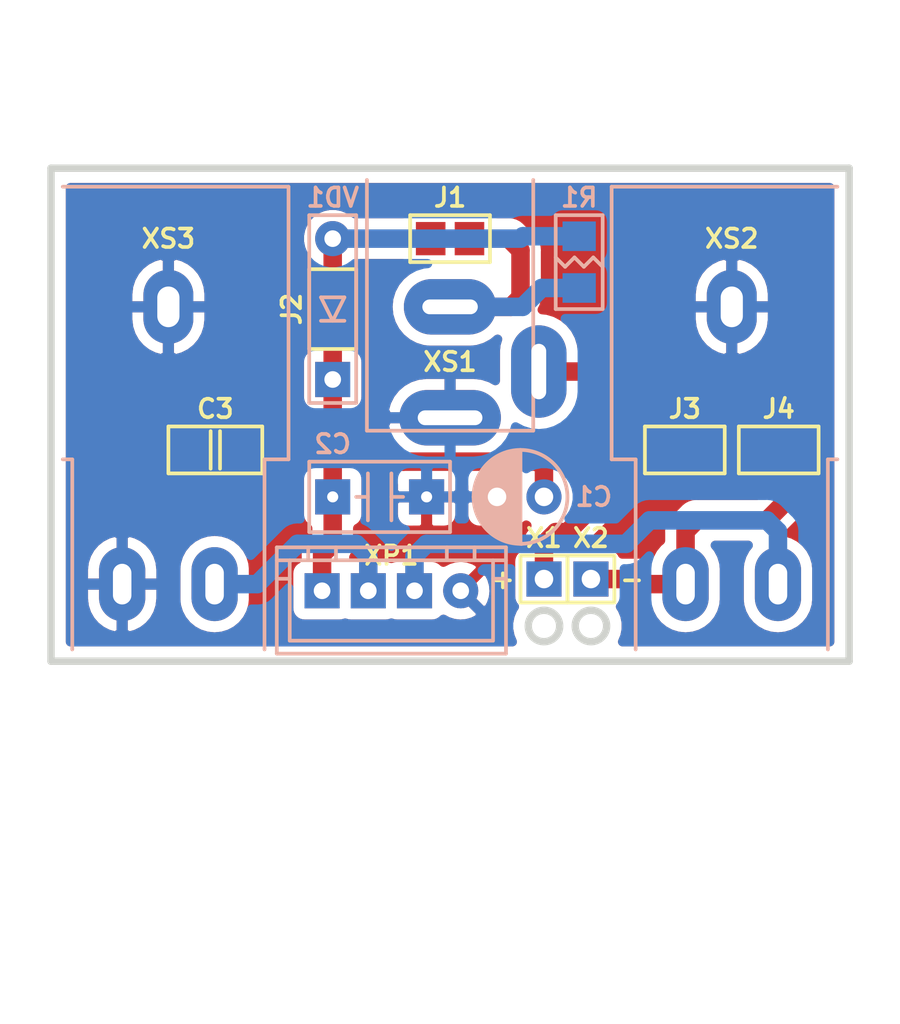
<source format=kicad_pcb>
(kicad_pcb (version 20171130) (host pcbnew 5.1.6-c6e7f7d~87~ubuntu19.10.1)

  (general
    (thickness 1.6)
    (drawings 8)
    (tracks 54)
    (zones 0)
    (modules 16)
    (nets 9)
  )

  (page A4 portrait)
  (title_block
    (title "1590N1 Connector Board")
    (date 2022-01-01)
    (rev 1A)
    (company "Igor Ivanov")
    (comment 1 https://github.com/Adept666)
    (comment 2 "This project is licensed under GNU General Public License v3.0 or later")
  )

  (layers
    (0 F.Cu jumper)
    (31 B.Cu signal)
    (36 B.SilkS user)
    (37 F.SilkS user)
    (38 B.Mask user)
    (39 F.Mask user)
    (40 Dwgs.User user)
    (44 Edge.Cuts user)
    (45 Margin user)
    (46 B.CrtYd user)
    (47 F.CrtYd user)
    (48 B.Fab user)
    (49 F.Fab user)
  )

  (setup
    (last_trace_width 1)
    (user_trace_width 0.6)
    (trace_clearance 0)
    (zone_clearance 0.6)
    (zone_45_only no)
    (trace_min 0.2)
    (via_size 1.5)
    (via_drill 0.5)
    (via_min_size 0.4)
    (via_min_drill 0.3)
    (uvia_size 0.3)
    (uvia_drill 0.1)
    (uvias_allowed no)
    (uvia_min_size 0)
    (uvia_min_drill 0)
    (edge_width 0.4)
    (segment_width 0.2)
    (pcb_text_width 0.3)
    (pcb_text_size 1.5 1.5)
    (mod_edge_width 0.15)
    (mod_text_size 1 1)
    (mod_text_width 0.15)
    (pad_size 5 3)
    (pad_drill 3.5)
    (pad_to_mask_clearance 0.2)
    (solder_mask_min_width 0.1)
    (aux_axis_origin 0 0)
    (visible_elements 7FFFFFFF)
    (pcbplotparams
      (layerselection 0x20000_7ffffffe)
      (usegerberextensions false)
      (usegerberattributes false)
      (usegerberadvancedattributes false)
      (creategerberjobfile false)
      (excludeedgelayer false)
      (linewidth 0.100000)
      (plotframeref true)
      (viasonmask false)
      (mode 1)
      (useauxorigin false)
      (hpglpennumber 1)
      (hpglpenspeed 20)
      (hpglpendiameter 15.000000)
      (psnegative false)
      (psa4output false)
      (plotreference false)
      (plotvalue true)
      (plotinvisibletext false)
      (padsonsilk true)
      (subtractmaskfromsilk false)
      (outputformat 4)
      (mirror false)
      (drillshape 0)
      (scaleselection 1)
      (outputdirectory ""))
  )

  (net 0 "")
  (net 1 COM)
  (net 2 /PP3-POS)
  (net 3 /PP3-NEG)
  (net 4 V)
  (net 5 /IN-CON)
  (net 6 /OUT-CON)
  (net 7 "Net-(J1-Pad2)")
  (net 8 "Net-(J1-Pad1)")

  (net_class Default "This is the default net class."
    (clearance 0)
    (trace_width 1)
    (via_dia 1.5)
    (via_drill 0.5)
    (uvia_dia 0.3)
    (uvia_drill 0.1)
    (add_net /IN-CON)
    (add_net /OUT-CON)
    (add_net /PP3-NEG)
    (add_net /PP3-POS)
    (add_net COM)
    (add_net "Net-(J1-Pad1)")
    (add_net "Net-(J1-Pad2)")
    (add_net V)
  )

  (module SBKCL-TH-ML:CON-DC-005-9V-OVAL (layer B.Cu) (tedit 61CEB1E7) (tstamp 60995C69)
    (at 105.41 135.255)
    (path /619BF43C)
    (fp_text reference XS1 (at 0 10.4775) (layer F.SilkS)
      (effects (font (size 1 1) (thickness 0.2)))
    )
    (fp_text value DC-005 (at 0 6.985) (layer B.Fab)
      (effects (font (size 1 1) (thickness 0.2)) (justify mirror))
    )
    (fp_line (start -4.5 14.2) (end 4.5 14.2) (layer B.Fab) (width 0.2))
    (fp_line (start 4.5 14.2) (end 4.5 0) (layer B.Fab) (width 0.2))
    (fp_line (start -4.5 0) (end 4.5 0) (layer B.Fab) (width 0.2))
    (fp_line (start -4.5 14.2) (end -4.5 0) (layer B.Fab) (width 0.2))
    (fp_line (start -4.5 14.2) (end 5.2 14.2) (layer B.CrtYd) (width 0.1))
    (fp_line (start -4.5 0) (end 5.2 0) (layer B.CrtYd) (width 0.1))
    (fp_line (start -4.5 14.2) (end -4.5 0) (layer B.CrtYd) (width 0.1))
    (fp_line (start 5.2 14.2) (end 5.2 0) (layer B.CrtYd) (width 0.1))
    (fp_line (start -4.5 3.3) (end 4.5 3.3) (layer B.Fab) (width 0.2))
    (fp_line (start -4.5 14.2) (end 4.5 14.2) (layer B.SilkS) (width 0.2))
    (fp_line (start -4.5 14.2) (end -4.5 0.635) (layer B.SilkS) (width 0.2))
    (fp_line (start 4.5 14.2) (end 4.5 0.635) (layer B.SilkS) (width 0.2))
    (pad S thru_hole oval (at 0 7.5) (size 5 3) (drill oval 3 0.8) (layers *.Cu *.Mask)
      (net 8 "Net-(J1-Pad1)"))
    (pad SN thru_hole oval (at 4.8 11) (size 3 5) (drill oval 0.8 3) (layers *.Cu *.Mask)
      (net 2 /PP3-POS))
    (pad C thru_hole oval (at 0 13.5) (size 5.5 3) (drill oval 3.5 0.8) (layers *.Cu *.Mask)
      (net 1 COM))
  )

  (module KCL-TH-ML:P-DO-41 (layer B.Cu) (tedit 6110D669) (tstamp 61CEBBA7)
    (at 99.06 142.875 270)
    (path /61DC203D)
    (fp_text reference VD1 (at -6.0325 0) (layer B.SilkS)
      (effects (font (size 1 1) (thickness 0.2)) (justify mirror))
    )
    (fp_text value 5817 (at 0 0 270) (layer B.Fab)
      (effects (font (size 1 1) (thickness 0.2)) (justify mirror))
    )
    (fp_line (start -2.3175 1.1875) (end 2.3175 1.1875) (layer B.Fab) (width 0.2))
    (fp_line (start -2.3175 -1.1875) (end 2.3175 -1.1875) (layer B.Fab) (width 0.2))
    (fp_line (start -2.3175 1.1875) (end -2.3175 -1.1875) (layer B.Fab) (width 0.2))
    (fp_line (start 2.3175 1.1875) (end 2.3175 -1.1875) (layer B.Fab) (width 0.2))
    (fp_line (start -5.08 1.27) (end 5.08 1.27) (layer B.SilkS) (width 0.2))
    (fp_line (start -5.08 -1.27) (end 5.08 -1.27) (layer B.SilkS) (width 0.2))
    (fp_line (start -5.08 1.27) (end -5.08 -1.27) (layer B.SilkS) (width 0.2))
    (fp_line (start 5.08 1.27) (end 5.08 -1.27) (layer B.SilkS) (width 0.2))
    (fp_line (start -5.08 1.27) (end 5.08 1.27) (layer B.CrtYd) (width 0.1))
    (fp_line (start 5.08 1.27) (end 5.08 -1.27) (layer B.CrtYd) (width 0.1))
    (fp_line (start 5.08 -1.27) (end -5.08 -1.27) (layer B.CrtYd) (width 0.1))
    (fp_line (start -5.08 -1.27) (end -5.08 1.27) (layer B.CrtYd) (width 0.1))
    (fp_line (start -0.635 0.635) (end -0.635 -0.635) (layer B.SilkS) (width 0.2))
    (fp_line (start -0.635 0.635) (end 0.635 0) (layer B.SilkS) (width 0.2))
    (fp_line (start -0.635 -0.635) (end 0.635 0) (layer B.SilkS) (width 0.2))
    (fp_line (start 0.635 0.635) (end 0.635 -0.635) (layer B.SilkS) (width 0.2))
    (fp_line (start 1.8175 1.1875) (end 1.8175 -1.1875) (layer B.Fab) (width 0.2))
    (pad C thru_hole rect (at 3.81 0 270) (size 1.9 1.9) (drill 0.9) (layers *.Cu *.Mask)
      (net 4 V))
    (pad A thru_hole circle (at -3.81 0 270) (size 1.9 1.9) (drill 0.9) (layers *.Cu *.Mask)
      (net 7 "Net-(J1-Pad2)"))
  )

  (module KCL-TH-ML:CON-XH-B4B-A (layer B.Cu) (tedit 61A18FD4) (tstamp 61CF3AB2)
    (at 102.235 158.115 180)
    (path /61A88544)
    (fp_text reference XP1 (at 0 1.905) (layer F.SilkS)
      (effects (font (size 1 1) (thickness 0.2)))
    )
    (fp_text value B4B-XH-A (at 0 -0.635) (layer B.Fab)
      (effects (font (size 1 1) (thickness 0.2)) (justify mirror))
    )
    (fp_line (start 5.5 0.65) (end 6.2 0.65) (layer B.Fab) (width 0.2))
    (fp_line (start -4.5 2.35) (end -4.5 1.65) (layer B.Fab) (width 0.2))
    (fp_line (start -6.2 -3.4) (end 6.2 -3.4) (layer B.Fab) (width 0.2))
    (fp_line (start -6.2 2.35) (end 6.2 2.35) (layer B.CrtYd) (width 0.1))
    (fp_line (start -6.2 2.35) (end -6.2 -3.4) (layer B.CrtYd) (width 0.1))
    (fp_line (start -5.5 -2.7) (end 5.5 -2.7) (layer B.Fab) (width 0.2))
    (fp_line (start 3 2.35) (end 3 1.65) (layer B.Fab) (width 0.2))
    (fp_line (start -6.2 0.65) (end -5.5 0.65) (layer B.Fab) (width 0.2))
    (fp_line (start -6.2 1.65) (end 6.2 1.65) (layer B.Fab) (width 0.2))
    (fp_line (start -6.2 -3.4) (end 6.2 -3.4) (layer B.CrtYd) (width 0.1))
    (fp_line (start -5.5 1.65) (end -5.5 -2.7) (layer B.Fab) (width 0.2))
    (fp_line (start 6.2 2.35) (end 6.2 -3.4) (layer B.CrtYd) (width 0.1))
    (fp_line (start -6.2 2.35) (end 6.2 2.35) (layer B.Fab) (width 0.2))
    (fp_line (start 6.2 2.35) (end 6.2 -3.4) (layer B.Fab) (width 0.2))
    (fp_line (start 5.5 1.65) (end 5.5 -2.7) (layer B.Fab) (width 0.2))
    (fp_line (start -6.2 2.35) (end -6.2 -3.4) (layer B.Fab) (width 0.2))
    (fp_line (start -3 2.35) (end -3 1.65) (layer B.Fab) (width 0.2))
    (fp_line (start 4.5 2.35) (end 4.5 1.65) (layer B.Fab) (width 0.2))
    (fp_line (start -6.2 2.35) (end 6.2 2.35) (layer B.SilkS) (width 0.2))
    (fp_line (start -6.2 -3.4) (end 6.2 -3.4) (layer B.SilkS) (width 0.2))
    (fp_line (start 3 2.35) (end 3 1.65) (layer B.SilkS) (width 0.2))
    (fp_line (start -6.2 0.65) (end -5.5 0.65) (layer B.SilkS) (width 0.2))
    (fp_line (start -3 2.35) (end -3 1.65) (layer B.SilkS) (width 0.2))
    (fp_line (start -5.5 -2.7) (end 5.5 -2.7) (layer B.SilkS) (width 0.2))
    (fp_line (start 5.5 1.65) (end 5.5 -2.7) (layer B.SilkS) (width 0.2))
    (fp_line (start 5.5 0.65) (end 6.2 0.65) (layer B.SilkS) (width 0.2))
    (fp_line (start -6.2 2.35) (end -6.2 -3.4) (layer B.SilkS) (width 0.2))
    (fp_line (start -5.5 1.65) (end -5.5 -2.7) (layer B.SilkS) (width 0.2))
    (fp_line (start 6.2 2.35) (end 6.2 -3.4) (layer B.SilkS) (width 0.2))
    (fp_line (start -6.2 1.65) (end 6.2 1.65) (layer B.SilkS) (width 0.2))
    (fp_line (start 4.5 2.35) (end 4.5 1.65) (layer B.SilkS) (width 0.2))
    (fp_line (start -4.5 2.35) (end -4.5 1.65) (layer B.SilkS) (width 0.2))
    (pad 1 thru_hole circle (at -3.75 0 180) (size 1.9 1.9) (drill 0.9) (layers *.Cu *.Mask)
      (net 1 COM))
    (pad 2 thru_hole rect (at -1.25 0 180) (size 1.9 1.9) (drill 0.9) (layers *.Cu *.Mask)
      (net 5 /IN-CON))
    (pad 3 thru_hole rect (at 1.25 0 180) (size 1.9 1.9) (drill 0.9) (layers *.Cu *.Mask)
      (net 6 /OUT-CON))
    (pad 4 thru_hole rect (at 3.75 0 180) (size 1.9 1.9) (drill 0.9) (layers *.Cu *.Mask)
      (net 4 V))
  )

  (module SBKCL-TH-ML:CON-PJ-651A-01-OUT-OVAL (layer B.Cu) (tedit 61CDDF3C) (tstamp 61CEBB0F)
    (at 90.17 135.255)
    (path /609B0F02)
    (fp_text reference XS3 (at 0 3.81) (layer F.SilkS)
      (effects (font (size 1 1) (thickness 0.2)))
    )
    (fp_text value PJ-651A-01 (at 0 13.335) (layer B.Fab)
      (effects (font (size 1 1) (thickness 0.2)) (justify mirror))
    )
    (fp_line (start 6.5 15.75) (end 6.5 1) (layer B.SilkS) (width 0.2))
    (fp_line (start 5.2 15.75) (end 6.5 15.75) (layer B.SilkS) (width 0.2))
    (fp_line (start -5.715 15.75) (end -5.2 15.75) (layer B.SilkS) (width 0.2))
    (fp_line (start 5.2 15.75) (end 6.5 15.75) (layer B.CrtYd) (width 0.1))
    (fp_line (start -6.5 15.75) (end -5.2 15.75) (layer B.CrtYd) (width 0.1))
    (fp_line (start -5.2 26.5) (end 5.2 26.5) (layer B.Fab) (width 0.2))
    (fp_line (start -6.5 1) (end 6.5 1) (layer B.Fab) (width 0.2))
    (fp_line (start -5.5 0) (end 5.5 0) (layer B.Fab) (width 0.2))
    (fp_line (start -4.5 -9) (end 4.5 -9) (layer B.Fab) (width 0.2))
    (fp_line (start -5.2 26.5) (end -5.2 15.75) (layer B.Fab) (width 0.2))
    (fp_line (start 5.2 26.5) (end 5.2 15.75) (layer B.Fab) (width 0.2))
    (fp_line (start -5.5 1) (end -5.5 0) (layer B.Fab) (width 0.2))
    (fp_line (start 5.5 1) (end 5.5 0) (layer B.Fab) (width 0.2))
    (fp_line (start -4.5 0) (end -4.5 -9) (layer B.Fab) (width 0.2))
    (fp_line (start 4.5 0) (end 4.5 -9) (layer B.Fab) (width 0.2))
    (fp_line (start -5.715 1) (end 6.5 1) (layer B.SilkS) (width 0.2))
    (fp_line (start -5.2 26.035) (end -5.2 15.75) (layer B.SilkS) (width 0.2))
    (fp_line (start 5.2 26.035) (end 5.2 15.75) (layer B.SilkS) (width 0.2))
    (fp_line (start -5.2 26.5) (end 5.2 26.5) (layer B.CrtYd) (width 0.1))
    (fp_line (start -4.5 -9) (end 4.5 -9) (layer B.CrtYd) (width 0.1))
    (fp_line (start -6.5 15.75) (end -6.5 1) (layer B.CrtYd) (width 0.1))
    (fp_line (start 6.5 15.75) (end 6.5 1) (layer B.CrtYd) (width 0.1))
    (fp_line (start -5.2 26.5) (end -5.2 15.75) (layer B.CrtYd) (width 0.1))
    (fp_line (start 5.2 26.5) (end 5.2 15.75) (layer B.CrtYd) (width 0.1))
    (fp_line (start -6.5 1) (end -5.5 1) (layer B.CrtYd) (width 0.1))
    (fp_line (start 5.5 1) (end 6.5 1) (layer B.CrtYd) (width 0.1))
    (fp_line (start -5.5 0) (end -4.5 0) (layer B.CrtYd) (width 0.1))
    (fp_line (start 4.5 0) (end 5.5 0) (layer B.CrtYd) (width 0.1))
    (fp_line (start -5.5 1) (end -5.5 0) (layer B.CrtYd) (width 0.1))
    (fp_line (start 5.5 1) (end 5.5 0) (layer B.CrtYd) (width 0.1))
    (fp_line (start -4.5 0) (end -4.5 -9) (layer B.CrtYd) (width 0.1))
    (fp_line (start 4.5 0) (end 4.5 -9) (layer B.CrtYd) (width 0.1))
    (fp_line (start -6.5 15.75) (end -6.5 1) (layer B.Fab) (width 0.2))
    (fp_line (start 6.5 15.75) (end 6.5 1) (layer B.Fab) (width 0.2))
    (fp_line (start -6.5 15.75) (end -5.2 15.75) (layer B.Fab) (width 0.2))
    (fp_line (start 5.2 15.75) (end 6.5 15.75) (layer B.Fab) (width 0.2))
    (pad R thru_hole oval (at -2.5 22.5) (size 2.5 4) (drill oval 1 2.2) (layers *.Cu *.Mask)
      (net 1 COM))
    (pad T thru_hole oval (at 2.5 22.5) (size 2.5 4) (drill oval 1 2.2) (layers *.Cu *.Mask)
      (net 6 /OUT-CON))
    (pad S thru_hole oval (at 0 7.5) (size 2.7 4) (drill oval 1.2 2.2) (layers *.Cu *.Mask)
      (net 1 COM))
  )

  (module SBKCL-TH-ML:CON-PJ-651A-01-IN-OVAL (layer B.Cu) (tedit 61CDDD81) (tstamp 616C9C63)
    (at 120.65 135.255)
    (path /617128AA)
    (fp_text reference XS2 (at 0 3.81) (layer F.SilkS)
      (effects (font (size 1 1) (thickness 0.2)))
    )
    (fp_text value PJ-651A-01 (at 0 13.335) (layer B.Fab)
      (effects (font (size 1 1) (thickness 0.2)) (justify mirror))
    )
    (fp_line (start -6.5 15.75) (end -6.5 1) (layer B.SilkS) (width 0.2))
    (fp_line (start 5.2 15.75) (end 5.715 15.75) (layer B.SilkS) (width 0.2))
    (fp_line (start -6.5 15.75) (end -5.2 15.75) (layer B.SilkS) (width 0.2))
    (fp_line (start 5.2 15.75) (end 6.5 15.75) (layer B.CrtYd) (width 0.1))
    (fp_line (start -6.5 15.75) (end -5.2 15.75) (layer B.CrtYd) (width 0.1))
    (fp_line (start -5.2 26.5) (end 5.2 26.5) (layer B.Fab) (width 0.2))
    (fp_line (start -6.5 1) (end 6.5 1) (layer B.Fab) (width 0.2))
    (fp_line (start -5.5 0) (end 5.5 0) (layer B.Fab) (width 0.2))
    (fp_line (start -4.5 -9) (end 4.5 -9) (layer B.Fab) (width 0.2))
    (fp_line (start -5.2 26.5) (end -5.2 15.75) (layer B.Fab) (width 0.2))
    (fp_line (start 5.2 26.5) (end 5.2 15.75) (layer B.Fab) (width 0.2))
    (fp_line (start -5.5 1) (end -5.5 0) (layer B.Fab) (width 0.2))
    (fp_line (start 5.5 1) (end 5.5 0) (layer B.Fab) (width 0.2))
    (fp_line (start -4.5 0) (end -4.5 -9) (layer B.Fab) (width 0.2))
    (fp_line (start 4.5 0) (end 4.5 -9) (layer B.Fab) (width 0.2))
    (fp_line (start -6.5 1) (end 5.715 1) (layer B.SilkS) (width 0.2))
    (fp_line (start -5.2 26.035) (end -5.2 15.75) (layer B.SilkS) (width 0.2))
    (fp_line (start 5.2 26.035) (end 5.2 15.75) (layer B.SilkS) (width 0.2))
    (fp_line (start -5.2 26.5) (end 5.2 26.5) (layer B.CrtYd) (width 0.1))
    (fp_line (start -4.5 -9) (end 4.5 -9) (layer B.CrtYd) (width 0.1))
    (fp_line (start -6.5 15.75) (end -6.5 1) (layer B.CrtYd) (width 0.1))
    (fp_line (start 6.5 15.75) (end 6.5 1) (layer B.CrtYd) (width 0.1))
    (fp_line (start -5.2 26.5) (end -5.2 15.75) (layer B.CrtYd) (width 0.1))
    (fp_line (start 5.2 26.5) (end 5.2 15.75) (layer B.CrtYd) (width 0.1))
    (fp_line (start -6.5 1) (end -5.5 1) (layer B.CrtYd) (width 0.1))
    (fp_line (start 5.5 1) (end 6.5 1) (layer B.CrtYd) (width 0.1))
    (fp_line (start -5.5 0) (end -4.5 0) (layer B.CrtYd) (width 0.1))
    (fp_line (start 4.5 0) (end 5.5 0) (layer B.CrtYd) (width 0.1))
    (fp_line (start -5.5 1) (end -5.5 0) (layer B.CrtYd) (width 0.1))
    (fp_line (start 5.5 1) (end 5.5 0) (layer B.CrtYd) (width 0.1))
    (fp_line (start -4.5 0) (end -4.5 -9) (layer B.CrtYd) (width 0.1))
    (fp_line (start 4.5 0) (end 4.5 -9) (layer B.CrtYd) (width 0.1))
    (fp_line (start -6.5 15.75) (end -6.5 1) (layer B.Fab) (width 0.2))
    (fp_line (start 6.5 15.75) (end 6.5 1) (layer B.Fab) (width 0.2))
    (fp_line (start -6.5 15.75) (end -5.2 15.75) (layer B.Fab) (width 0.2))
    (fp_line (start 5.2 15.75) (end 6.5 15.75) (layer B.Fab) (width 0.2))
    (pad S thru_hole oval (at 0 7.5) (size 2.7 4) (drill oval 1.2 2.2) (layers *.Cu *.Mask)
      (net 1 COM))
    (pad T thru_hole oval (at 2.5 22.5) (size 2.5 4) (drill oval 1 2.2) (layers *.Cu *.Mask)
      (net 5 /IN-CON))
    (pad R thru_hole oval (at -2.5 22.5) (size 2.5 4) (drill oval 1 2.2) (layers *.Cu *.Mask)
      (net 3 /PP3-NEG))
  )

  (module KCL:C-SM-1206 (layer F.Cu) (tedit 5FF35261) (tstamp 61B6D636)
    (at 92.71 150.495 180)
    (path /61BC19F4)
    (fp_text reference C3 (at 0 2.2225) (layer F.SilkS)
      (effects (font (size 1 1) (thickness 0.2)))
    )
    (fp_text value 104 (at 0 0) (layer F.Fab)
      (effects (font (size 1 1) (thickness 0.2)))
    )
    (fp_line (start -1.6 -0.8) (end -1.6 0.8) (layer F.Fab) (width 0.2))
    (fp_line (start -1.6 0.8) (end 1.6 0.8) (layer F.Fab) (width 0.2))
    (fp_line (start 1.6 -0.8) (end 1.6 0.8) (layer F.Fab) (width 0.2))
    (fp_line (start -1.6 -0.8) (end 1.6 -0.8) (layer F.Fab) (width 0.2))
    (fp_line (start -2.54 -1.27) (end -2.54 1.27) (layer F.SilkS) (width 0.2))
    (fp_line (start 2.54 -1.27) (end 2.54 1.27) (layer F.SilkS) (width 0.2))
    (fp_line (start -0.254 -1.016) (end -0.254 1.016) (layer F.SilkS) (width 0.2))
    (fp_line (start 0.254 -1.016) (end 0.254 1.016) (layer F.SilkS) (width 0.2))
    (fp_line (start -2.54 -1.27) (end 2.54 -1.27) (layer F.SilkS) (width 0.2))
    (fp_line (start -2.54 1.27) (end 2.54 1.27) (layer F.SilkS) (width 0.2))
    (fp_line (start -2.54 1.27) (end -2.54 -1.27) (layer F.CrtYd) (width 0.1))
    (fp_line (start 2.54 1.27) (end -2.54 1.27) (layer F.CrtYd) (width 0.1))
    (fp_line (start 2.54 -1.27) (end 2.54 1.27) (layer F.CrtYd) (width 0.1))
    (fp_line (start -2.54 -1.27) (end 2.54 -1.27) (layer F.CrtYd) (width 0.1))
    (pad 1 smd rect (at -1.4 0 180) (size 1.6 1.8) (layers F.Cu F.Mask)
      (net 4 V))
    (pad 2 smd rect (at 1.4 0 180) (size 1.6 1.8) (layers F.Cu F.Mask)
      (net 1 COM))
  )

  (module KCL:J-SB-1206-2 (layer F.Cu) (tedit 61A37A89) (tstamp 61A4198C)
    (at 123.19 150.495 180)
    (path /61BCF730)
    (fp_text reference J4 (at 0 2.2225) (layer F.SilkS)
      (effects (font (size 1 1) (thickness 0.2)))
    )
    (fp_text value J4 (at 0 0.9525) (layer F.Fab)
      (effects (font (size 1 1) (thickness 0.2)))
    )
    (fp_line (start -2.159 -1.27) (end 2.159 -1.27) (layer F.CrtYd) (width 0.1))
    (fp_line (start 2.159 -1.27) (end 2.159 1.27) (layer F.CrtYd) (width 0.1))
    (fp_line (start -2.159 1.27) (end 2.159 1.27) (layer F.CrtYd) (width 0.1))
    (fp_line (start -2.159 -1.27) (end -2.159 1.27) (layer F.CrtYd) (width 0.1))
    (fp_line (start -2.159 1.27) (end 2.159 1.27) (layer F.SilkS) (width 0.2))
    (fp_line (start -2.159 -1.27) (end 2.159 -1.27) (layer F.SilkS) (width 0.2))
    (fp_line (start 2.159 -1.27) (end 2.159 1.27) (layer F.SilkS) (width 0.2))
    (fp_line (start -2.159 -1.27) (end -2.159 1.27) (layer F.SilkS) (width 0.2))
    (fp_line (start -1.05 0) (end 1.05 0) (layer F.Fab) (width 0.2))
    (pad 2 smd rect (at 1.05 0 180) (size 1.6 1.8) (layers F.Cu F.Mask)
      (net 1 COM))
    (pad 1 smd rect (at -1.05 0 180) (size 1.6 1.8) (layers F.Cu F.Mask)
      (net 3 /PP3-NEG))
  )

  (module KCL:J-SB-1206-2 (layer F.Cu) (tedit 61A37A89) (tstamp 61A41975)
    (at 118.11 150.495)
    (path /61BB2CE9)
    (fp_text reference J3 (at 0 -2.2225) (layer F.SilkS)
      (effects (font (size 1 1) (thickness 0.2)))
    )
    (fp_text value J3 (at 0 -0.9525) (layer F.Fab)
      (effects (font (size 1 1) (thickness 0.2)))
    )
    (fp_line (start -2.159 -1.27) (end 2.159 -1.27) (layer F.CrtYd) (width 0.1))
    (fp_line (start 2.159 -1.27) (end 2.159 1.27) (layer F.CrtYd) (width 0.1))
    (fp_line (start -2.159 1.27) (end 2.159 1.27) (layer F.CrtYd) (width 0.1))
    (fp_line (start -2.159 -1.27) (end -2.159 1.27) (layer F.CrtYd) (width 0.1))
    (fp_line (start -2.159 1.27) (end 2.159 1.27) (layer F.SilkS) (width 0.2))
    (fp_line (start -2.159 -1.27) (end 2.159 -1.27) (layer F.SilkS) (width 0.2))
    (fp_line (start 2.159 -1.27) (end 2.159 1.27) (layer F.SilkS) (width 0.2))
    (fp_line (start -2.159 -1.27) (end -2.159 1.27) (layer F.SilkS) (width 0.2))
    (fp_line (start -1.05 0) (end 1.05 0) (layer F.Fab) (width 0.2))
    (pad 2 smd rect (at 1.05 0) (size 1.6 1.8) (layers F.Cu F.Mask)
      (net 1 COM))
    (pad 1 smd rect (at -1.05 0) (size 1.6 1.8) (layers F.Cu F.Mask)
      (net 2 /PP3-POS))
  )

  (module KCL:J-SB-1206-2 (layer F.Cu) (tedit 61A37A89) (tstamp 61A2ACB8)
    (at 99.06 142.875 270)
    (path /61A33AAA)
    (fp_text reference J2 (at 0 2.2225 90) (layer F.SilkS)
      (effects (font (size 1 1) (thickness 0.2)))
    )
    (fp_text value J2 (at 0 0.9525 90) (layer F.Fab)
      (effects (font (size 1 1) (thickness 0.2)))
    )
    (fp_line (start -1.05 0) (end 1.05 0) (layer F.Fab) (width 0.2))
    (fp_line (start -2.159 -1.27) (end -2.159 1.27) (layer F.SilkS) (width 0.2))
    (fp_line (start 2.159 -1.27) (end 2.159 1.27) (layer F.SilkS) (width 0.2))
    (fp_line (start -2.159 -1.27) (end 2.159 -1.27) (layer F.SilkS) (width 0.2))
    (fp_line (start -2.159 1.27) (end 2.159 1.27) (layer F.SilkS) (width 0.2))
    (fp_line (start -2.159 -1.27) (end -2.159 1.27) (layer F.CrtYd) (width 0.1))
    (fp_line (start -2.159 1.27) (end 2.159 1.27) (layer F.CrtYd) (width 0.1))
    (fp_line (start 2.159 -1.27) (end 2.159 1.27) (layer F.CrtYd) (width 0.1))
    (fp_line (start -2.159 -1.27) (end 2.159 -1.27) (layer F.CrtYd) (width 0.1))
    (pad 1 smd rect (at -1.05 0 270) (size 1.6 1.8) (layers F.Cu F.Mask)
      (net 7 "Net-(J1-Pad2)"))
    (pad 2 smd rect (at 1.05 0 270) (size 1.6 1.8) (layers F.Cu F.Mask)
      (net 4 V))
  )

  (module KCL:J-SB-1206-2 (layer F.Cu) (tedit 61A37A89) (tstamp 61B6AFDF)
    (at 105.41 139.065 180)
    (path /61A32629)
    (fp_text reference J1 (at 0 2.2225) (layer F.SilkS)
      (effects (font (size 1 1) (thickness 0.2)))
    )
    (fp_text value J1 (at 0 0.9525) (layer F.Fab)
      (effects (font (size 1 1) (thickness 0.2)))
    )
    (fp_line (start -1.05 0) (end 1.05 0) (layer F.Fab) (width 0.2))
    (fp_line (start -2.159 -1.27) (end -2.159 1.27) (layer F.SilkS) (width 0.2))
    (fp_line (start 2.159 -1.27) (end 2.159 1.27) (layer F.SilkS) (width 0.2))
    (fp_line (start -2.159 -1.27) (end 2.159 -1.27) (layer F.SilkS) (width 0.2))
    (fp_line (start -2.159 1.27) (end 2.159 1.27) (layer F.SilkS) (width 0.2))
    (fp_line (start -2.159 -1.27) (end -2.159 1.27) (layer F.CrtYd) (width 0.1))
    (fp_line (start -2.159 1.27) (end 2.159 1.27) (layer F.CrtYd) (width 0.1))
    (fp_line (start 2.159 -1.27) (end 2.159 1.27) (layer F.CrtYd) (width 0.1))
    (fp_line (start -2.159 -1.27) (end 2.159 -1.27) (layer F.CrtYd) (width 0.1))
    (pad 1 smd rect (at -1.05 0 180) (size 1.6 1.8) (layers F.Cu F.Mask)
      (net 8 "Net-(J1-Pad1)"))
    (pad 2 smd rect (at 1.05 0 180) (size 1.6 1.8) (layers F.Cu F.Mask)
      (net 7 "Net-(J1-Pad2)"))
  )

  (module KCL:R-SM-1206 (layer B.Cu) (tedit 610FE4F7) (tstamp 61CEC771)
    (at 112.395 140.335 90)
    (path /61A3ECF5)
    (fp_text reference R1 (at 3.4925 0 180) (layer B.SilkS)
      (effects (font (size 1 1) (thickness 0.2)) (justify mirror))
    )
    (fp_text value 330 (at 0 0 270) (layer B.Fab)
      (effects (font (size 1 1) (thickness 0.2)) (justify mirror))
    )
    (fp_line (start -1.6 0.8) (end -1.6 -0.8) (layer B.Fab) (width 0.2))
    (fp_line (start -1.6 -0.8) (end 1.6 -0.8) (layer B.Fab) (width 0.2))
    (fp_line (start 1.6 0.8) (end 1.6 -0.8) (layer B.Fab) (width 0.2))
    (fp_line (start -1.6 0.8) (end 1.6 0.8) (layer B.Fab) (width 0.2))
    (fp_line (start -2.54 1.27) (end -2.54 -1.27) (layer B.SilkS) (width 0.2))
    (fp_line (start 2.54 1.27) (end 2.54 -1.27) (layer B.SilkS) (width 0.2))
    (fp_line (start -2.54 1.27) (end 2.54 1.27) (layer B.SilkS) (width 0.2))
    (fp_line (start -2.54 -1.27) (end 2.54 -1.27) (layer B.SilkS) (width 0.2))
    (fp_line (start -0.254 -0.762) (end 0.254 -1.27) (layer B.SilkS) (width 0.2))
    (fp_line (start 0.254 -0.254) (end -0.254 -0.762) (layer B.SilkS) (width 0.2))
    (fp_line (start -0.254 0.254) (end 0.254 -0.254) (layer B.SilkS) (width 0.2))
    (fp_line (start 0.254 0.762) (end -0.254 1.27) (layer B.SilkS) (width 0.2))
    (fp_line (start -0.254 0.254) (end 0.254 0.762) (layer B.SilkS) (width 0.2))
    (fp_line (start -2.54 1.27) (end -2.54 -1.27) (layer B.CrtYd) (width 0.1))
    (fp_line (start -2.54 -1.27) (end 2.54 -1.27) (layer B.CrtYd) (width 0.1))
    (fp_line (start 2.54 1.27) (end 2.54 -1.27) (layer B.CrtYd) (width 0.1))
    (fp_line (start -2.54 1.27) (end 2.54 1.27) (layer B.CrtYd) (width 0.1))
    (pad 1 smd rect (at -1.4 0 90) (size 1.6 1.8) (layers B.Cu B.Mask)
      (net 8 "Net-(J1-Pad1)"))
    (pad 2 smd rect (at 1.4 0 90) (size 1.6 1.8) (layers B.Cu B.Mask)
      (net 7 "Net-(J1-Pad2)"))
  )

  (module KCL-TH-ML:C-DISK-D04.2-T03.0-P05.08-d0.5 (layer B.Cu) (tedit 616F04F4) (tstamp 61CEC475)
    (at 101.6 153.035)
    (path /619BF43D)
    (fp_text reference C2 (at -2.54 -2.8575) (layer B.SilkS)
      (effects (font (size 1 1) (thickness 0.2)) (justify mirror))
    )
    (fp_text value 104 (at 0 0) (layer B.Fab)
      (effects (font (size 1 1) (thickness 0.2)) (justify mirror))
    )
    (fp_line (start 3.81 1.905) (end 3.81 -1.905) (layer B.CrtYd) (width 0.1))
    (fp_line (start -3.81 1.905) (end -3.81 -1.905) (layer B.CrtYd) (width 0.1))
    (fp_line (start -3.81 -1.905) (end 3.81 -1.905) (layer B.CrtYd) (width 0.1))
    (fp_line (start -3.81 1.905) (end 3.81 1.905) (layer B.CrtYd) (width 0.1))
    (fp_line (start 0.635 1.27) (end 0.635 -1.27) (layer B.SilkS) (width 0.2))
    (fp_line (start -0.635 1.27) (end -0.635 -1.27) (layer B.SilkS) (width 0.2))
    (fp_line (start 0.635 0) (end 1.27 0) (layer B.SilkS) (width 0.2))
    (fp_line (start -1.27 0) (end -0.635 0) (layer B.SilkS) (width 0.2))
    (fp_line (start 3.81 1.905) (end 3.81 -1.905) (layer B.SilkS) (width 0.2))
    (fp_line (start -3.81 1.905) (end -3.81 -1.905) (layer B.SilkS) (width 0.2))
    (fp_line (start -3.81 -1.905) (end 3.81 -1.905) (layer B.SilkS) (width 0.2))
    (fp_line (start -3.81 1.905) (end 3.81 1.905) (layer B.SilkS) (width 0.2))
    (fp_line (start -0.6 -1.5) (end 0.6 -1.5) (layer B.Fab) (width 0.2))
    (fp_line (start -0.6 1.5) (end 0.6 1.5) (layer B.Fab) (width 0.2))
    (fp_arc (start 0.6 0) (end 0.6 -1.5) (angle 180) (layer B.Fab) (width 0.2))
    (fp_arc (start -0.6 0) (end -0.6 1.5) (angle 180) (layer B.Fab) (width 0.2))
    (pad 1 thru_hole rect (at -2.54 0) (size 1.9 1.9) (drill 0.6) (layers *.Cu *.Mask)
      (net 4 V))
    (pad 2 thru_hole rect (at 2.54 0) (size 1.9 1.9) (drill 0.6) (layers *.Cu *.Mask)
      (net 1 COM))
  )

  (module KCL-TH-ML:CON-PAD-S-1.0-1.9 (layer F.Cu) (tedit 61137895) (tstamp 6082ECA5)
    (at 110.49 157.48)
    (path /619BF442)
    (fp_text reference X1 (at 0 -2.2225) (layer F.SilkS)
      (effects (font (size 1 1) (thickness 0.2)))
    )
    (fp_text value + (at 0 2.54) (layer F.Fab)
      (effects (font (size 1 1) (thickness 0.2)))
    )
    (fp_circle (center 0 0) (end 0.5 0) (layer F.CrtYd) (width 0.1))
    (fp_circle (center 0 0) (end 0.5 0) (layer F.Fab) (width 0.2))
    (fp_line (start -1.27 -1.27) (end 1.27 -1.27) (layer F.SilkS) (width 0.2))
    (fp_line (start -1.27 1.27) (end 1.27 1.27) (layer F.SilkS) (width 0.2))
    (fp_line (start -1.27 -1.27) (end -1.27 1.27) (layer F.SilkS) (width 0.2))
    (fp_line (start 1.27 -1.27) (end 1.27 1.27) (layer F.SilkS) (width 0.2))
    (pad 1 thru_hole rect (at 0 0) (size 1.9 1.9) (drill 1) (layers *.Cu *.Mask)
      (net 2 /PP3-POS) (solder_mask_margin 0.2))
  )

  (module KCL:B-PP3-HV (layer F.Cu) (tedit 5E590763) (tstamp 61D000C8)
    (at 105.41 172.72)
    (path /619BF44A)
    (fp_text reference GB1 (at 0 0) (layer F.SilkS) hide
      (effects (font (size 1 1) (thickness 0.2)))
    )
    (fp_text value PP3 (at 0 1.27) (layer F.Fab) hide
      (effects (font (size 1 1) (thickness 0.2)))
    )
    (fp_line (start -24.25 -8.75) (end 24.25 -8.75) (layer Dwgs.User) (width 0.2))
    (fp_line (start -24.25 8.75) (end 24.25 8.75) (layer Dwgs.User) (width 0.2))
    (fp_line (start -24.25 -8.75) (end -24.25 8.75) (layer Dwgs.User) (width 0.2))
    (fp_line (start 24.25 -8.75) (end 24.25 8.75) (layer Dwgs.User) (width 0.2))
  )

  (module KCL-TH-ML:CP-RADIAL-D05.0-P02.0-CLS (layer B.Cu) (tedit 616F0A79) (tstamp 61B6BBC0)
    (at 109.22 153.035 180)
    (path /60AB555F)
    (fp_text reference C1 (at -2.8575 0 180) (layer B.SilkS)
      (effects (font (size 1 1) (thickness 0.2)) (justify right mirror))
    )
    (fp_text value 107 (at 0 0 180) (layer B.Fab)
      (effects (font (size 1 1) (thickness 0.2)) (justify mirror))
    )
    (fp_circle (center 0 0) (end 2.54 0) (layer B.SilkS) (width 0.2))
    (fp_poly (pts (xy 0 2.54) (xy 0.762 2.413) (xy 1.905 1.651) (xy 2.54 0)
      (xy 1.905 -1.651) (xy 0.762 -2.413) (xy 0 -2.54)) (layer B.SilkS) (width 0.2))
    (fp_circle (center 0 0) (end 2.5 0) (layer B.Fab) (width 0.2))
    (fp_circle (center 0 0) (end 2.54 0) (layer B.CrtYd) (width 0.1))
    (pad - thru_hole roundrect (at 1.27 0 180) (size 1.9 1.9) (drill 1) (layers *.Cu *.Mask) (roundrect_rratio 0.3)
      (net 1 COM))
    (pad + thru_hole circle (at -1.27 0 180) (size 1.9 1.9) (drill 1) (layers *.Cu *.Mask)
      (net 4 V))
  )

  (module KCL-TH-ML:CON-PAD-S-1.0-1.9 (layer F.Cu) (tedit 61137895) (tstamp 60E19926)
    (at 113.03 157.48)
    (path /60AB555E)
    (fp_text reference X2 (at 0 -2.2225) (layer F.SilkS)
      (effects (font (size 1 1) (thickness 0.2)))
    )
    (fp_text value - (at 0 2.54) (layer F.Fab)
      (effects (font (size 1 1) (thickness 0.2)))
    )
    (fp_circle (center 0 0) (end 0.5 0) (layer F.CrtYd) (width 0.1))
    (fp_circle (center 0 0) (end 0.5 0) (layer F.Fab) (width 0.2))
    (fp_line (start -1.27 -1.27) (end 1.27 -1.27) (layer F.SilkS) (width 0.2))
    (fp_line (start -1.27 1.27) (end 1.27 1.27) (layer F.SilkS) (width 0.2))
    (fp_line (start -1.27 -1.27) (end -1.27 1.27) (layer F.SilkS) (width 0.2))
    (fp_line (start 1.27 -1.27) (end 1.27 1.27) (layer F.SilkS) (width 0.2))
    (pad 1 thru_hole rect (at 0 0) (size 1.9 1.9) (drill 1) (layers *.Cu *.Mask)
      (net 3 /PP3-NEG) (solder_mask_margin 0.2))
  )

  (gr_text - (at 115.2525 157.48) (layer F.SilkS) (tstamp 61CFF1CA)
    (effects (font (size 1 1) (thickness 0.2)))
  )
  (gr_text + (at 108.2675 157.48) (layer F.SilkS) (tstamp 61CFF21B)
    (effects (font (size 1 1) (thickness 0.2)))
  )
  (gr_line (start 83.82 135.255) (end 83.82 161.925) (layer Edge.Cuts) (width 0.4) (tstamp 619068B3))
  (gr_line (start 127 135.255) (end 127 161.925) (layer Edge.Cuts) (width 0.4) (tstamp 619068B2))
  (gr_line (start 83.82 161.925) (end 127 161.925) (layer Edge.Cuts) (width 0.4) (tstamp 619068A0))
  (gr_circle (center 113.03 160.02) (end 113.88 160.02) (layer Edge.Cuts) (width 0.4) (tstamp 61A2AD88))
  (gr_circle (center 110.49 160.02) (end 111.34 160.02) (layer Edge.Cuts) (width 0.4) (tstamp 6082ECCC))
  (gr_line (start 83.82 135.255) (end 127 135.255) (layer Edge.Cuts) (width 0.4))

  (segment (start 113.03 146.685) (end 113.03 150.495) (width 1) (layer F.Cu) (net 2))
  (segment (start 112.6 146.255) (end 113.03 146.685) (width 1) (layer F.Cu) (net 2))
  (segment (start 110.21 146.255) (end 112.6 146.255) (width 1) (layer F.Cu) (net 2))
  (segment (start 117.06 150.495) (end 113.03 150.495) (width 1) (layer F.Cu) (net 2))
  (segment (start 110.49 155.575) (end 110.49 157.48) (width 1) (layer F.Cu) (net 2))
  (segment (start 111.125 154.94) (end 110.49 155.575) (width 1) (layer F.Cu) (net 2))
  (segment (start 111.76 154.94) (end 111.125 154.94) (width 1) (layer F.Cu) (net 2))
  (segment (start 113.03 153.67) (end 111.76 154.94) (width 1) (layer F.Cu) (net 2))
  (segment (start 113.03 150.495) (end 113.03 153.67) (width 1) (layer F.Cu) (net 2))
  (segment (start 118.15 157.755) (end 115.845 157.755) (width 1) (layer F.Cu) (net 3))
  (segment (start 115.57 157.48) (end 115.845 157.755) (width 1) (layer F.Cu) (net 3))
  (segment (start 113.03 157.48) (end 115.57 157.48) (width 1) (layer F.Cu) (net 3))
  (segment (start 124.24 152.62) (end 124.24 150.495) (width 1) (layer F.Cu) (net 3))
  (segment (start 122.555 154.305) (end 124.24 152.62) (width 1) (layer F.Cu) (net 3))
  (segment (start 118.745 154.305) (end 122.555 154.305) (width 1) (layer F.Cu) (net 3))
  (segment (start 118.15 154.9) (end 118.745 154.305) (width 1) (layer F.Cu) (net 3))
  (segment (start 118.15 157.755) (end 118.15 154.9) (width 1) (layer F.Cu) (net 3))
  (segment (start 99.06 143.925) (end 99.06 146.685) (width 1) (layer F.Cu) (net 4))
  (segment (start 99.06 153.035) (end 99.06 155.575) (width 1) (layer F.Cu) (net 4))
  (segment (start 98.485 156.15) (end 99.06 155.575) (width 1) (layer F.Cu) (net 4))
  (segment (start 98.485 158.115) (end 98.485 156.15) (width 1) (layer F.Cu) (net 4))
  (segment (start 94.11 150.495) (end 99.06 150.495) (width 1) (layer F.Cu) (net 4))
  (segment (start 99.06 150.495) (end 99.06 153.035) (width 1) (layer F.Cu) (net 4))
  (segment (start 99.06 146.685) (end 99.06 150.495) (width 1) (layer F.Cu) (net 4))
  (segment (start 110.49 151.4475) (end 110.49 153.035) (width 1) (layer F.Cu) (net 4))
  (segment (start 110.1725 151.13) (end 110.49 151.4475) (width 1) (layer F.Cu) (net 4))
  (segment (start 102.87 151.13) (end 110.1725 151.13) (width 1) (layer F.Cu) (net 4) (tstamp 61CEB8D7))
  (segment (start 102.235 150.495) (end 102.87 151.13) (width 1) (layer F.Cu) (net 4))
  (segment (start 99.06 150.495) (end 102.235 150.495) (width 1) (layer F.Cu) (net 4))
  (segment (start 122.555 154.305) (end 123.15 154.9) (width 1) (layer B.Cu) (net 5))
  (segment (start 123.15 154.9) (end 123.15 157.755) (width 1) (layer B.Cu) (net 5))
  (segment (start 116.205 154.305) (end 122.555 154.305) (width 1) (layer B.Cu) (net 5))
  (segment (start 114.935 155.575) (end 116.205 154.305) (width 1) (layer B.Cu) (net 5))
  (segment (start 103.485 156.23) (end 104.14 155.575) (width 1) (layer B.Cu) (net 5))
  (segment (start 104.14 155.575) (end 114.935 155.575) (width 1) (layer B.Cu) (net 5))
  (segment (start 103.485 158.115) (end 103.485 156.23) (width 1) (layer B.Cu) (net 5))
  (segment (start 100.33 155.575) (end 100.985 156.23) (width 1) (layer B.Cu) (net 6))
  (segment (start 97.155 155.575) (end 100.33 155.575) (width 1) (layer B.Cu) (net 6))
  (segment (start 100.985 156.23) (end 100.985 158.115) (width 1) (layer B.Cu) (net 6))
  (segment (start 94.975 157.755) (end 97.155 155.575) (width 1) (layer B.Cu) (net 6))
  (segment (start 92.67 157.755) (end 94.975 157.755) (width 1) (layer B.Cu) (net 6))
  (segment (start 109.22 139.065) (end 99.06 139.065) (width 1) (layer B.Cu) (net 7))
  (segment (start 109.35 138.935) (end 109.22 139.065) (width 1) (layer B.Cu) (net 7))
  (segment (start 112.395 138.935) (end 109.35 138.935) (width 1) (layer B.Cu) (net 7))
  (segment (start 99.06 141.825) (end 99.06 139.065) (width 1) (layer F.Cu) (net 7))
  (segment (start 104.36 139.065) (end 99.06 139.065) (width 1) (layer F.Cu) (net 7))
  (segment (start 105.41 142.755) (end 109.34 142.755) (width 1) (layer B.Cu) (net 8))
  (segment (start 110.36 141.735) (end 109.34 142.755) (width 1) (layer B.Cu) (net 8))
  (segment (start 112.395 141.735) (end 110.36 141.735) (width 1) (layer B.Cu) (net 8))
  (segment (start 105.41 142.755) (end 108.705 142.755) (width 1) (layer F.Cu) (net 8))
  (segment (start 108.705 142.755) (end 109.22 142.24) (width 1) (layer F.Cu) (net 8))
  (segment (start 109.22 142.24) (end 109.22 139.7) (width 1) (layer F.Cu) (net 8))
  (segment (start 109.22 139.7) (end 108.585 139.065) (width 1) (layer F.Cu) (net 8))
  (segment (start 106.46 139.065) (end 108.585 139.065) (width 1) (layer F.Cu) (net 8))

  (zone (net 1) (net_name COM) (layer B.Cu) (tstamp 61B6DEBC) (hatch edge 0.508)
    (connect_pads (clearance 0.6))
    (min_thickness 0.5)
    (fill yes (arc_segments 32) (thermal_gap 0.6) (thermal_bridge_width 0.6))
    (polygon
      (pts
        (xy 82.55 133.985) (xy 128.27 133.985) (xy 128.27 163.195) (xy 82.55 163.195)
      )
    )
    (filled_polygon
      (pts
        (xy 125.950001 160.875) (xy 114.744034 160.875) (xy 114.867325 160.577347) (xy 114.940755 160.208193) (xy 114.940755 159.831807)
        (xy 114.867325 159.462653) (xy 114.723289 159.114918) (xy 114.630933 158.976697) (xy 114.690168 158.904519) (xy 114.769097 158.756855)
        (xy 114.8177 158.596629) (xy 114.834112 158.43) (xy 114.834112 156.925) (xy 114.868681 156.925) (xy 114.935 156.931532)
        (xy 115.001319 156.925) (xy 115.001321 156.925) (xy 115.199646 156.905467) (xy 115.454122 156.828272) (xy 115.688649 156.702915)
        (xy 115.894213 156.534213) (xy 115.936491 156.482697) (xy 116.191214 156.227975) (xy 116.080385 156.593329) (xy 116.05 156.901834)
        (xy 116.05 158.608167) (xy 116.080386 158.916672) (xy 116.200466 159.312524) (xy 116.395466 159.677343) (xy 116.657892 159.997109)
        (xy 116.977658 160.259535) (xy 117.342477 160.454535) (xy 117.738329 160.574615) (xy 118.15 160.615161) (xy 118.561672 160.574615)
        (xy 118.957524 160.454535) (xy 119.322343 160.259535) (xy 119.642109 159.997109) (xy 119.904535 159.677343) (xy 120.099535 159.312524)
        (xy 120.219615 158.916671) (xy 120.25 158.608166) (xy 120.25 156.901833) (xy 120.219615 156.593328) (xy 120.099535 156.197476)
        (xy 119.904535 155.832657) (xy 119.758735 155.655) (xy 121.541265 155.655) (xy 121.395465 155.832657) (xy 121.200465 156.197477)
        (xy 121.080385 156.593329) (xy 121.05 156.901834) (xy 121.05 158.608167) (xy 121.080386 158.916672) (xy 121.200466 159.312524)
        (xy 121.395466 159.677343) (xy 121.657892 159.997109) (xy 121.977658 160.259535) (xy 122.342477 160.454535) (xy 122.738329 160.574615)
        (xy 123.15 160.615161) (xy 123.561672 160.574615) (xy 123.957524 160.454535) (xy 124.322343 160.259535) (xy 124.642109 159.997109)
        (xy 124.904535 159.677343) (xy 125.099535 159.312524) (xy 125.219615 158.916671) (xy 125.25 158.608166) (xy 125.25 156.901833)
        (xy 125.219615 156.593328) (xy 125.099535 156.197476) (xy 124.904535 155.832657) (xy 124.642109 155.512891) (xy 124.5 155.396265)
        (xy 124.5 154.96631) (xy 124.506531 154.899999) (xy 124.5 154.833688) (xy 124.5 154.833679) (xy 124.480467 154.635354)
        (xy 124.403272 154.380878) (xy 124.277915 154.146351) (xy 124.109212 153.940787) (xy 124.057701 153.898513) (xy 123.556491 153.397303)
        (xy 123.514213 153.345787) (xy 123.308649 153.177085) (xy 123.074122 153.051728) (xy 122.819646 152.974533) (xy 122.621321 152.955)
        (xy 122.621319 152.955) (xy 122.555 152.948468) (xy 122.488681 152.955) (xy 116.27131 152.955) (xy 116.204999 152.948469)
        (xy 116.138688 152.955) (xy 116.138679 152.955) (xy 115.940354 152.974533) (xy 115.685878 153.051728) (xy 115.576707 153.110081)
        (xy 115.45135 153.177085) (xy 115.297301 153.30351) (xy 115.297298 153.303513) (xy 115.245787 153.345787) (xy 115.203513 153.397298)
        (xy 114.375812 154.225) (xy 111.845584 154.225) (xy 111.888151 154.182433) (xy 112.085139 153.88762) (xy 112.220827 153.560041)
        (xy 112.29 153.212284) (xy 112.29 152.857716) (xy 112.220827 152.509959) (xy 112.085139 152.18238) (xy 111.888151 151.887567)
        (xy 111.637433 151.636849) (xy 111.34262 151.439861) (xy 111.015041 151.304173) (xy 110.667284 151.235) (xy 110.312716 151.235)
        (xy 109.964959 151.304173) (xy 109.63738 151.439861) (xy 109.529372 151.512029) (xy 109.503949 151.481051) (xy 109.37452 151.374831)
        (xy 109.226855 151.295902) (xy 109.066629 151.247299) (xy 108.9 151.230887) (xy 108.2125 151.235) (xy 108 151.4475)
        (xy 108 152.985) (xy 108.02 152.985) (xy 108.02 153.085) (xy 108 153.085) (xy 108 153.105)
        (xy 107.9 153.105) (xy 107.9 153.085) (xy 106.3625 153.085) (xy 106.15 153.2975) (xy 106.145887 153.985)
        (xy 106.162299 154.151629) (xy 106.184555 154.225) (xy 105.905445 154.225) (xy 105.927701 154.151629) (xy 105.944113 153.985)
        (xy 105.94 153.2975) (xy 105.7275 153.085) (xy 104.19 153.085) (xy 104.19 153.105) (xy 104.09 153.105)
        (xy 104.09 153.085) (xy 102.5525 153.085) (xy 102.34 153.2975) (xy 102.335887 153.985) (xy 102.352299 154.151629)
        (xy 102.400902 154.311855) (xy 102.479831 154.45952) (xy 102.586051 154.588949) (xy 102.71548 154.695169) (xy 102.863145 154.774098)
        (xy 102.992481 154.813331) (xy 102.577299 155.228513) (xy 102.525788 155.270787) (xy 102.483514 155.322298) (xy 102.48351 155.322302)
        (xy 102.357085 155.476351) (xy 102.235 155.704757) (xy 102.112915 155.476351) (xy 101.944212 155.270787) (xy 101.892701 155.228513)
        (xy 101.33149 154.667302) (xy 101.289213 154.615787) (xy 101.083649 154.447085) (xy 100.849122 154.321728) (xy 100.80057 154.307)
        (xy 100.8477 154.151629) (xy 100.864112 153.985) (xy 100.864112 152.085) (xy 102.335887 152.085) (xy 102.34 152.7725)
        (xy 102.5525 152.985) (xy 104.09 152.985) (xy 104.09 151.4475) (xy 104.19 151.4475) (xy 104.19 152.985)
        (xy 105.7275 152.985) (xy 105.94 152.7725) (xy 105.944113 152.085) (xy 106.145887 152.085) (xy 106.15 152.7725)
        (xy 106.3625 152.985) (xy 107.9 152.985) (xy 107.9 151.4475) (xy 107.6875 151.235) (xy 107 151.230887)
        (xy 106.833371 151.247299) (xy 106.673145 151.295902) (xy 106.52548 151.374831) (xy 106.396051 151.481051) (xy 106.289831 151.61048)
        (xy 106.210902 151.758145) (xy 106.162299 151.918371) (xy 106.145887 152.085) (xy 105.944113 152.085) (xy 105.927701 151.918371)
        (xy 105.879098 151.758145) (xy 105.800169 151.61048) (xy 105.693949 151.481051) (xy 105.56452 151.374831) (xy 105.416855 151.295902)
        (xy 105.256629 151.247299) (xy 105.09 151.230887) (xy 104.4025 151.235) (xy 104.19 151.4475) (xy 104.09 151.4475)
        (xy 103.8775 151.235) (xy 103.19 151.230887) (xy 103.023371 151.247299) (xy 102.863145 151.295902) (xy 102.71548 151.374831)
        (xy 102.586051 151.481051) (xy 102.479831 151.61048) (xy 102.400902 151.758145) (xy 102.352299 151.918371) (xy 102.335887 152.085)
        (xy 100.864112 152.085) (xy 100.8477 151.918371) (xy 100.799097 151.758145) (xy 100.720168 151.610481) (xy 100.613948 151.481052)
        (xy 100.484519 151.374832) (xy 100.336855 151.295903) (xy 100.176629 151.2473) (xy 100.01 151.230888) (xy 98.11 151.230888)
        (xy 97.943371 151.2473) (xy 97.783145 151.295903) (xy 97.635481 151.374832) (xy 97.506052 151.481052) (xy 97.399832 151.610481)
        (xy 97.320903 151.758145) (xy 97.2723 151.918371) (xy 97.255888 152.085) (xy 97.255888 153.985) (xy 97.2723 154.151629)
        (xy 97.294556 154.225) (xy 97.221319 154.225) (xy 97.155 154.218468) (xy 97.088681 154.225) (xy 97.088679 154.225)
        (xy 96.890354 154.244533) (xy 96.695105 154.303761) (xy 96.635877 154.321728) (xy 96.42742 154.433151) (xy 96.401351 154.447085)
        (xy 96.195787 154.615787) (xy 96.15351 154.667302) (xy 94.62042 156.200392) (xy 94.619535 156.197476) (xy 94.424535 155.832657)
        (xy 94.162109 155.512891) (xy 93.842343 155.250465) (xy 93.477523 155.055465) (xy 93.081671 154.935385) (xy 92.67 154.894839)
        (xy 92.258328 154.935385) (xy 91.862476 155.055465) (xy 91.497657 155.250465) (xy 91.177891 155.512891) (xy 90.915465 155.832657)
        (xy 90.720465 156.197477) (xy 90.600385 156.593329) (xy 90.57 156.901834) (xy 90.57 158.608167) (xy 90.600386 158.916672)
        (xy 90.720466 159.312524) (xy 90.915466 159.677343) (xy 91.177892 159.997109) (xy 91.497658 160.259535) (xy 91.862477 160.454535)
        (xy 92.258329 160.574615) (xy 92.67 160.615161) (xy 93.081672 160.574615) (xy 93.477524 160.454535) (xy 93.842343 160.259535)
        (xy 94.162109 159.997109) (xy 94.424535 159.677343) (xy 94.619535 159.312524) (xy 94.682486 159.105) (xy 94.908681 159.105)
        (xy 94.975 159.111532) (xy 95.041319 159.105) (xy 95.041321 159.105) (xy 95.239646 159.085467) (xy 95.494122 159.008272)
        (xy 95.728649 158.882915) (xy 95.934213 158.714213) (xy 95.976491 158.662697) (xy 96.680888 157.9583) (xy 96.680888 159.065)
        (xy 96.6973 159.231629) (xy 96.745903 159.391855) (xy 96.824832 159.539519) (xy 96.931052 159.668948) (xy 97.060481 159.775168)
        (xy 97.208145 159.854097) (xy 97.368371 159.9027) (xy 97.535 159.919112) (xy 99.435 159.919112) (xy 99.601629 159.9027)
        (xy 99.735 159.862243) (xy 99.868371 159.9027) (xy 100.035 159.919112) (xy 101.935 159.919112) (xy 102.101629 159.9027)
        (xy 102.235 159.862243) (xy 102.368371 159.9027) (xy 102.535 159.919112) (xy 104.435 159.919112) (xy 104.601629 159.9027)
        (xy 104.761855 159.854097) (xy 104.909519 159.775168) (xy 105.038948 159.668948) (xy 105.050233 159.655197) (xy 105.273463 159.777873)
        (xy 105.611545 159.884735) (xy 105.963979 159.923587) (xy 106.317221 159.892936) (xy 106.657695 159.793961) (xy 106.972318 159.630463)
        (xy 107.007276 159.607107) (xy 107.077781 159.278492) (xy 105.985 158.185711) (xy 105.970858 158.199853) (xy 105.900147 158.129142)
        (xy 105.914289 158.115) (xy 105.900147 158.100858) (xy 105.970858 158.030147) (xy 105.985 158.044289) (xy 105.999142 158.030147)
        (xy 106.069853 158.100858) (xy 106.055711 158.115) (xy 107.148492 159.207781) (xy 107.477107 159.137276) (xy 107.647873 158.826537)
        (xy 107.754735 158.488455) (xy 107.793587 158.136021) (xy 107.762936 157.782779) (xy 107.663961 157.442305) (xy 107.500463 157.127682)
        (xy 107.477107 157.092724) (xy 107.148494 157.022219) (xy 107.245713 156.925) (xy 108.685888 156.925) (xy 108.685888 158.43)
        (xy 108.7023 158.596629) (xy 108.750903 158.756855) (xy 108.829832 158.904519) (xy 108.889067 158.976697) (xy 108.796711 159.114918)
        (xy 108.652675 159.462653) (xy 108.579245 159.831807) (xy 108.579245 160.208193) (xy 108.652675 160.577347) (xy 108.775966 160.875)
        (xy 84.87 160.875) (xy 84.87 157.805) (xy 85.57 157.805) (xy 85.57 158.555) (xy 85.620105 158.963729)
        (xy 85.748987 159.354829) (xy 85.951692 159.713271) (xy 86.220431 160.02528) (xy 86.544876 160.278865) (xy 86.912559 160.464281)
        (xy 87.292196 160.570736) (xy 87.62 160.391838) (xy 87.62 157.805) (xy 87.72 157.805) (xy 87.72 160.391838)
        (xy 88.047804 160.570736) (xy 88.427441 160.464281) (xy 88.795124 160.278865) (xy 89.119569 160.02528) (xy 89.388308 159.713271)
        (xy 89.591013 159.354829) (xy 89.719895 158.963729) (xy 89.77 158.555) (xy 89.77 157.805) (xy 87.72 157.805)
        (xy 87.62 157.805) (xy 85.57 157.805) (xy 84.87 157.805) (xy 84.87 156.955) (xy 85.57 156.955)
        (xy 85.57 157.705) (xy 87.62 157.705) (xy 87.62 155.118162) (xy 87.72 155.118162) (xy 87.72 157.705)
        (xy 89.77 157.705) (xy 89.77 156.955) (xy 89.719895 156.546271) (xy 89.591013 156.155171) (xy 89.388308 155.796729)
        (xy 89.119569 155.48472) (xy 88.795124 155.231135) (xy 88.427441 155.045719) (xy 88.047804 154.939264) (xy 87.72 155.118162)
        (xy 87.62 155.118162) (xy 87.292196 154.939264) (xy 86.912559 155.045719) (xy 86.544876 155.231135) (xy 86.220431 155.48472)
        (xy 85.951692 155.796729) (xy 85.748987 156.155171) (xy 85.620105 156.546271) (xy 85.57 156.955) (xy 84.87 156.955)
        (xy 84.87 149.171922) (xy 101.84728 149.171922) (xy 101.969747 149.608111) (xy 102.178266 150.019016) (xy 102.462942 150.381345)
        (xy 102.812835 150.681175) (xy 103.214499 150.906983) (xy 103.652498 151.050091) (xy 104.11 151.105) (xy 105.36 151.105)
        (xy 105.36 148.805) (xy 102.023085 148.805) (xy 101.84728 149.171922) (xy 84.87 149.171922) (xy 84.87 145.735)
        (xy 97.255888 145.735) (xy 97.255888 147.635) (xy 97.2723 147.801629) (xy 97.320903 147.961855) (xy 97.399832 148.109519)
        (xy 97.506052 148.238948) (xy 97.635481 148.345168) (xy 97.783145 148.424097) (xy 97.943371 148.4727) (xy 98.11 148.489112)
        (xy 100.01 148.489112) (xy 100.176629 148.4727) (xy 100.336855 148.424097) (xy 100.484519 148.345168) (xy 100.493158 148.338078)
        (xy 101.84728 148.338078) (xy 102.023085 148.705) (xy 105.36 148.705) (xy 105.36 146.405) (xy 104.11 146.405)
        (xy 103.652498 146.459909) (xy 103.214499 146.603017) (xy 102.812835 146.828825) (xy 102.462942 147.128655) (xy 102.178266 147.490984)
        (xy 101.969747 147.901889) (xy 101.84728 148.338078) (xy 100.493158 148.338078) (xy 100.613948 148.238948) (xy 100.720168 148.109519)
        (xy 100.799097 147.961855) (xy 100.8477 147.801629) (xy 100.864112 147.635) (xy 100.864112 145.735) (xy 100.8477 145.568371)
        (xy 100.799097 145.408145) (xy 100.720168 145.260481) (xy 100.613948 145.131052) (xy 100.484519 145.024832) (xy 100.336855 144.945903)
        (xy 100.176629 144.8973) (xy 100.01 144.880888) (xy 98.11 144.880888) (xy 97.943371 144.8973) (xy 97.783145 144.945903)
        (xy 97.635481 145.024832) (xy 97.506052 145.131052) (xy 97.399832 145.260481) (xy 97.320903 145.408145) (xy 97.2723 145.568371)
        (xy 97.255888 145.735) (xy 84.87 145.735) (xy 84.87 142.805) (xy 87.97 142.805) (xy 87.97 143.455)
        (xy 88.022027 143.883238) (xy 88.156599 144.293098) (xy 88.368545 144.668828) (xy 88.64972 144.99599) (xy 88.989319 145.262011)
        (xy 89.37429 145.456668) (xy 89.776549 145.569532) (xy 90.12 145.391871) (xy 90.12 142.805) (xy 90.22 142.805)
        (xy 90.22 145.391871) (xy 90.563451 145.569532) (xy 90.96571 145.456668) (xy 91.350681 145.262011) (xy 91.69028 144.99599)
        (xy 91.971455 144.668828) (xy 92.183401 144.293098) (xy 92.317973 143.883238) (xy 92.37 143.455) (xy 92.37 142.805)
        (xy 90.22 142.805) (xy 90.12 142.805) (xy 87.97 142.805) (xy 84.87 142.805) (xy 84.87 142.055)
        (xy 87.97 142.055) (xy 87.97 142.705) (xy 90.12 142.705) (xy 90.12 140.118129) (xy 90.22 140.118129)
        (xy 90.22 142.705) (xy 92.37 142.705) (xy 92.37 142.055) (xy 92.317973 141.626762) (xy 92.183401 141.216902)
        (xy 91.971455 140.841172) (xy 91.69028 140.51401) (xy 91.350681 140.247989) (xy 90.96571 140.053332) (xy 90.563451 139.940468)
        (xy 90.22 140.118129) (xy 90.12 140.118129) (xy 89.776549 139.940468) (xy 89.37429 140.053332) (xy 88.989319 140.247989)
        (xy 88.64972 140.51401) (xy 88.368545 140.841172) (xy 88.156599 141.216902) (xy 88.022027 141.626762) (xy 87.97 142.055)
        (xy 84.87 142.055) (xy 84.87 138.887716) (xy 97.26 138.887716) (xy 97.26 139.242284) (xy 97.329173 139.590041)
        (xy 97.464861 139.91762) (xy 97.661849 140.212433) (xy 97.912567 140.463151) (xy 98.20738 140.660139) (xy 98.534959 140.795827)
        (xy 98.882716 140.865) (xy 99.237284 140.865) (xy 99.585041 140.795827) (xy 99.91262 140.660139) (xy 100.207433 140.463151)
        (xy 100.255584 140.415) (xy 104.193026 140.415) (xy 103.94932 140.439003) (xy 103.506343 140.573379) (xy 103.098093 140.791593)
        (xy 102.740259 141.085259) (xy 102.446593 141.443093) (xy 102.228379 141.851343) (xy 102.094003 142.29432) (xy 102.04863 142.755)
        (xy 102.094003 143.21568) (xy 102.228379 143.658657) (xy 102.446593 144.066907) (xy 102.740259 144.424741) (xy 103.098093 144.718407)
        (xy 103.506343 144.936621) (xy 103.94932 145.070997) (xy 104.294558 145.105) (xy 106.525442 145.105) (xy 106.87068 145.070997)
        (xy 107.313657 144.936621) (xy 107.721907 144.718407) (xy 107.981709 144.505193) (xy 107.894003 144.794321) (xy 107.86 145.139559)
        (xy 107.86 146.746092) (xy 107.605501 146.603017) (xy 107.167502 146.459909) (xy 106.71 146.405) (xy 105.46 146.405)
        (xy 105.46 148.705) (xy 105.48 148.705) (xy 105.48 148.805) (xy 105.46 148.805) (xy 105.46 151.105)
        (xy 106.71 151.105) (xy 107.167502 151.050091) (xy 107.605501 150.906983) (xy 108.007165 150.681175) (xy 108.357058 150.381345)
        (xy 108.641734 150.019016) (xy 108.850253 149.608111) (xy 108.951634 149.247025) (xy 109.306344 149.436621) (xy 109.749321 149.570997)
        (xy 110.21 149.61637) (xy 110.67068 149.570997) (xy 111.113657 149.436621) (xy 111.521907 149.218407) (xy 111.879741 148.924741)
        (xy 112.173407 148.566907) (xy 112.391621 148.158657) (xy 112.525997 147.71568) (xy 112.56 147.370442) (xy 112.56 145.139558)
        (xy 112.525997 144.79432) (xy 112.391621 144.351343) (xy 112.173407 143.943093) (xy 111.879741 143.585259) (xy 111.640734 143.389112)
        (xy 113.295 143.389112) (xy 113.461629 143.3727) (xy 113.621855 143.324097) (xy 113.769519 143.245168) (xy 113.898948 143.138948)
        (xy 114.005168 143.009519) (xy 114.084097 142.861855) (xy 114.101343 142.805) (xy 118.45 142.805) (xy 118.45 143.455)
        (xy 118.502027 143.883238) (xy 118.636599 144.293098) (xy 118.848545 144.668828) (xy 119.12972 144.99599) (xy 119.469319 145.262011)
        (xy 119.85429 145.456668) (xy 120.256549 145.569532) (xy 120.6 145.391871) (xy 120.6 142.805) (xy 120.7 142.805)
        (xy 120.7 145.391871) (xy 121.043451 145.569532) (xy 121.44571 145.456668) (xy 121.830681 145.262011) (xy 122.17028 144.99599)
        (xy 122.451455 144.668828) (xy 122.663401 144.293098) (xy 122.797973 143.883238) (xy 122.85 143.455) (xy 122.85 142.805)
        (xy 120.7 142.805) (xy 120.6 142.805) (xy 118.45 142.805) (xy 114.101343 142.805) (xy 114.1327 142.701629)
        (xy 114.149112 142.535) (xy 114.149112 142.055) (xy 118.45 142.055) (xy 118.45 142.705) (xy 120.6 142.705)
        (xy 120.6 140.118129) (xy 120.7 140.118129) (xy 120.7 142.705) (xy 122.85 142.705) (xy 122.85 142.055)
        (xy 122.797973 141.626762) (xy 122.663401 141.216902) (xy 122.451455 140.841172) (xy 122.17028 140.51401) (xy 121.830681 140.247989)
        (xy 121.44571 140.053332) (xy 121.043451 139.940468) (xy 120.7 140.118129) (xy 120.6 140.118129) (xy 120.256549 139.940468)
        (xy 119.85429 140.053332) (xy 119.469319 140.247989) (xy 119.12972 140.51401) (xy 118.848545 140.841172) (xy 118.636599 141.216902)
        (xy 118.502027 141.626762) (xy 118.45 142.055) (xy 114.149112 142.055) (xy 114.149112 140.935) (xy 114.1327 140.768371)
        (xy 114.084097 140.608145) (xy 114.005168 140.460481) (xy 113.902188 140.335) (xy 114.005168 140.209519) (xy 114.084097 140.061855)
        (xy 114.1327 139.901629) (xy 114.149112 139.735) (xy 114.149112 138.135) (xy 114.1327 137.968371) (xy 114.084097 137.808145)
        (xy 114.005168 137.660481) (xy 113.898948 137.531052) (xy 113.769519 137.424832) (xy 113.621855 137.345903) (xy 113.461629 137.2973)
        (xy 113.295 137.280888) (xy 111.495 137.280888) (xy 111.328371 137.2973) (xy 111.168145 137.345903) (xy 111.020481 137.424832)
        (xy 110.891052 137.531052) (xy 110.846778 137.585) (xy 109.416319 137.585) (xy 109.35 137.578468) (xy 109.283681 137.585)
        (xy 109.283679 137.585) (xy 109.085354 137.604533) (xy 108.830878 137.681728) (xy 108.76863 137.715) (xy 100.255584 137.715)
        (xy 100.207433 137.666849) (xy 99.91262 137.469861) (xy 99.585041 137.334173) (xy 99.237284 137.265) (xy 98.882716 137.265)
        (xy 98.534959 137.334173) (xy 98.20738 137.469861) (xy 97.912567 137.666849) (xy 97.661849 137.917567) (xy 97.464861 138.21238)
        (xy 97.329173 138.539959) (xy 97.26 138.887716) (xy 84.87 138.887716) (xy 84.87 136.305) (xy 125.95 136.305)
      )
    )
  )
  (zone (net 1) (net_name COM) (layer F.Cu) (tstamp 61B6DEBB) (hatch edge 0.508)
    (connect_pads (clearance 0.6))
    (min_thickness 0.5)
    (fill yes (arc_segments 32) (thermal_gap 0.6) (thermal_bridge_width 0.6))
    (polygon
      (pts
        (xy 82.55 133.985) (xy 128.27 133.985) (xy 128.27 163.195) (xy 82.55 163.195)
      )
    )
    (filled_polygon
      (pts
        (xy 125.950001 160.875) (xy 114.744034 160.875) (xy 114.867325 160.577347) (xy 114.940755 160.208193) (xy 114.940755 159.831807)
        (xy 114.867325 159.462653) (xy 114.723289 159.114918) (xy 114.630933 158.976697) (xy 114.690168 158.904519) (xy 114.73 158.83)
        (xy 115.026874 158.83) (xy 115.091351 158.882915) (xy 115.325878 159.008272) (xy 115.580354 159.085467) (xy 115.778679 159.105)
        (xy 115.778681 159.105) (xy 115.845 159.111532) (xy 115.911319 159.105) (xy 116.137514 159.105) (xy 116.200466 159.312524)
        (xy 116.395466 159.677343) (xy 116.657892 159.997109) (xy 116.977658 160.259535) (xy 117.342477 160.454535) (xy 117.738329 160.574615)
        (xy 118.15 160.615161) (xy 118.561672 160.574615) (xy 118.957524 160.454535) (xy 119.322343 160.259535) (xy 119.642109 159.997109)
        (xy 119.904535 159.677343) (xy 120.099535 159.312524) (xy 120.219615 158.916671) (xy 120.25 158.608166) (xy 120.25 156.901833)
        (xy 120.219615 156.593328) (xy 120.099535 156.197476) (xy 119.904535 155.832657) (xy 119.758735 155.655) (xy 121.541265 155.655)
        (xy 121.395465 155.832657) (xy 121.200465 156.197477) (xy 121.080385 156.593329) (xy 121.05 156.901834) (xy 121.05 158.608167)
        (xy 121.080386 158.916672) (xy 121.200466 159.312524) (xy 121.395466 159.677343) (xy 121.657892 159.997109) (xy 121.977658 160.259535)
        (xy 122.342477 160.454535) (xy 122.738329 160.574615) (xy 123.15 160.615161) (xy 123.561672 160.574615) (xy 123.957524 160.454535)
        (xy 124.322343 160.259535) (xy 124.642109 159.997109) (xy 124.904535 159.677343) (xy 125.099535 159.312524) (xy 125.219615 158.916671)
        (xy 125.25 158.608166) (xy 125.25 156.901833) (xy 125.219615 156.593328) (xy 125.099535 156.197476) (xy 124.904535 155.832657)
        (xy 124.642109 155.512891) (xy 124.322343 155.250465) (xy 123.957523 155.055465) (xy 123.770466 154.998722) (xy 125.147706 153.621483)
        (xy 125.199212 153.579213) (xy 125.241483 153.527706) (xy 125.24149 153.527699) (xy 125.367915 153.37365) (xy 125.493271 153.139123)
        (xy 125.493272 153.139122) (xy 125.570467 152.884646) (xy 125.59 152.686321) (xy 125.59 152.686319) (xy 125.596532 152.62)
        (xy 125.59 152.553681) (xy 125.59 152.043222) (xy 125.643948 151.998948) (xy 125.750168 151.869519) (xy 125.829097 151.721855)
        (xy 125.8777 151.561629) (xy 125.894112 151.395) (xy 125.894112 149.595) (xy 125.8777 149.428371) (xy 125.829097 149.268145)
        (xy 125.750168 149.120481) (xy 125.643948 148.991052) (xy 125.514519 148.884832) (xy 125.366855 148.805903) (xy 125.206629 148.7573)
        (xy 125.04 148.740888) (xy 123.44 148.740888) (xy 123.273371 148.7573) (xy 123.190002 148.782589) (xy 123.106629 148.757299)
        (xy 122.94 148.740887) (xy 122.4025 148.745) (xy 122.19 148.9575) (xy 122.19 150.445) (xy 122.21 150.445)
        (xy 122.21 150.545) (xy 122.19 150.545) (xy 122.19 152.0325) (xy 122.4025 152.245) (xy 122.703508 152.247303)
        (xy 121.995812 152.955) (xy 118.81131 152.955) (xy 118.744999 152.948469) (xy 118.678688 152.955) (xy 118.678679 152.955)
        (xy 118.480354 152.974533) (xy 118.225878 153.051728) (xy 117.991351 153.177085) (xy 117.785787 153.345787) (xy 117.74351 153.397302)
        (xy 117.242299 153.898513) (xy 117.190788 153.940787) (xy 117.148514 153.992298) (xy 117.14851 153.992302) (xy 117.022085 154.146351)
        (xy 116.896729 154.380878) (xy 116.819534 154.635354) (xy 116.793468 154.9) (xy 116.800001 154.966329) (xy 116.800001 155.396264)
        (xy 116.657891 155.512891) (xy 116.395465 155.832657) (xy 116.200465 156.197477) (xy 116.177295 156.273858) (xy 116.089122 156.226728)
        (xy 115.834646 156.149533) (xy 115.636321 156.13) (xy 115.636319 156.13) (xy 115.57 156.123468) (xy 115.503681 156.13)
        (xy 114.73 156.13) (xy 114.690168 156.055481) (xy 114.583948 155.926052) (xy 114.454519 155.819832) (xy 114.306855 155.740903)
        (xy 114.146629 155.6923) (xy 113.98 155.675888) (xy 112.9333 155.675888) (xy 113.937702 154.671487) (xy 113.989213 154.629213)
        (xy 114.031487 154.577702) (xy 114.03149 154.577699) (xy 114.157915 154.42365) (xy 114.283271 154.189123) (xy 114.283272 154.189122)
        (xy 114.360467 153.934646) (xy 114.38 153.736321) (xy 114.38 153.736312) (xy 114.386531 153.670001) (xy 114.38 153.60369)
        (xy 114.38 151.845) (xy 115.536726 151.845) (xy 115.549832 151.869519) (xy 115.656052 151.998948) (xy 115.785481 152.105168)
        (xy 115.933145 152.184097) (xy 116.093371 152.2327) (xy 116.26 152.249112) (xy 117.86 152.249112) (xy 118.026629 152.2327)
        (xy 118.109998 152.207411) (xy 118.193371 152.232701) (xy 118.36 152.249113) (xy 118.8975 152.245) (xy 119.11 152.0325)
        (xy 119.11 150.545) (xy 119.21 150.545) (xy 119.21 152.0325) (xy 119.4225 152.245) (xy 119.96 152.249113)
        (xy 120.126629 152.232701) (xy 120.286855 152.184098) (xy 120.43452 152.105169) (xy 120.563949 151.998949) (xy 120.65 151.894096)
        (xy 120.736051 151.998949) (xy 120.86548 152.105169) (xy 121.013145 152.184098) (xy 121.173371 152.232701) (xy 121.34 152.249113)
        (xy 121.8775 152.245) (xy 122.09 152.0325) (xy 122.09 150.545) (xy 120.7025 150.545) (xy 120.65 150.5975)
        (xy 120.5975 150.545) (xy 119.21 150.545) (xy 119.11 150.545) (xy 119.09 150.545) (xy 119.09 150.445)
        (xy 119.11 150.445) (xy 119.11 148.9575) (xy 119.21 148.9575) (xy 119.21 150.445) (xy 120.5975 150.445)
        (xy 120.65 150.3925) (xy 120.7025 150.445) (xy 122.09 150.445) (xy 122.09 148.9575) (xy 121.8775 148.745)
        (xy 121.34 148.740887) (xy 121.173371 148.757299) (xy 121.013145 148.805902) (xy 120.86548 148.884831) (xy 120.736051 148.991051)
        (xy 120.65 149.095904) (xy 120.563949 148.991051) (xy 120.43452 148.884831) (xy 120.286855 148.805902) (xy 120.126629 148.757299)
        (xy 119.96 148.740887) (xy 119.4225 148.745) (xy 119.21 148.9575) (xy 119.11 148.9575) (xy 118.8975 148.745)
        (xy 118.36 148.740887) (xy 118.193371 148.757299) (xy 118.109998 148.782589) (xy 118.026629 148.7573) (xy 117.86 148.740888)
        (xy 116.26 148.740888) (xy 116.093371 148.7573) (xy 115.933145 148.805903) (xy 115.785481 148.884832) (xy 115.656052 148.991052)
        (xy 115.549832 149.120481) (xy 115.536726 149.145) (xy 114.38 149.145) (xy 114.38 146.751319) (xy 114.386532 146.685)
        (xy 114.370246 146.519646) (xy 114.360467 146.420354) (xy 114.283272 146.165878) (xy 114.157915 145.931351) (xy 113.989212 145.725787)
        (xy 113.937701 145.683513) (xy 113.601491 145.347303) (xy 113.559213 145.295787) (xy 113.353649 145.127085) (xy 113.119122 145.001728)
        (xy 112.864646 144.924533) (xy 112.666321 144.905) (xy 112.666319 144.905) (xy 112.6 144.898468) (xy 112.536867 144.904686)
        (xy 112.525997 144.79432) (xy 112.391621 144.351343) (xy 112.173407 143.943093) (xy 111.879741 143.585259) (xy 111.521906 143.291593)
        (xy 111.113656 143.073379) (xy 110.670679 142.939003) (xy 110.391805 142.911536) (xy 110.448749 142.805) (xy 118.45 142.805)
        (xy 118.45 143.455) (xy 118.502027 143.883238) (xy 118.636599 144.293098) (xy 118.848545 144.668828) (xy 119.12972 144.99599)
        (xy 119.469319 145.262011) (xy 119.85429 145.456668) (xy 120.256549 145.569532) (xy 120.6 145.391871) (xy 120.6 142.805)
        (xy 120.7 142.805) (xy 120.7 145.391871) (xy 121.043451 145.569532) (xy 121.44571 145.456668) (xy 121.830681 145.262011)
        (xy 122.17028 144.99599) (xy 122.451455 144.668828) (xy 122.663401 144.293098) (xy 122.797973 143.883238) (xy 122.85 143.455)
        (xy 122.85 142.805) (xy 120.7 142.805) (xy 120.6 142.805) (xy 118.45 142.805) (xy 110.448749 142.805)
        (xy 110.473272 142.759122) (xy 110.550467 142.504646) (xy 110.57 142.306321) (xy 110.57 142.306319) (xy 110.576532 142.24)
        (xy 110.57 142.173681) (xy 110.57 142.055) (xy 118.45 142.055) (xy 118.45 142.705) (xy 120.6 142.705)
        (xy 120.6 140.118129) (xy 120.7 140.118129) (xy 120.7 142.705) (xy 122.85 142.705) (xy 122.85 142.055)
        (xy 122.797973 141.626762) (xy 122.663401 141.216902) (xy 122.451455 140.841172) (xy 122.17028 140.51401) (xy 121.830681 140.247989)
        (xy 121.44571 140.053332) (xy 121.043451 139.940468) (xy 120.7 140.118129) (xy 120.6 140.118129) (xy 120.256549 139.940468)
        (xy 119.85429 140.053332) (xy 119.469319 140.247989) (xy 119.12972 140.51401) (xy 118.848545 140.841172) (xy 118.636599 141.216902)
        (xy 118.502027 141.626762) (xy 118.45 142.055) (xy 110.57 142.055) (xy 110.57 139.766319) (xy 110.576532 139.7)
        (xy 110.565119 139.584122) (xy 110.550467 139.435354) (xy 110.473272 139.180878) (xy 110.473272 139.180877) (xy 110.375885 138.998679)
        (xy 110.347915 138.946351) (xy 110.179213 138.740787) (xy 110.127692 138.698505) (xy 109.586492 138.157304) (xy 109.544213 138.105787)
        (xy 109.338649 137.937085) (xy 109.104122 137.811728) (xy 108.849646 137.734533) (xy 108.651321 137.715) (xy 108.651319 137.715)
        (xy 108.585 137.708468) (xy 108.518681 137.715) (xy 107.983274 137.715) (xy 107.970168 137.690481) (xy 107.863948 137.561052)
        (xy 107.734519 137.454832) (xy 107.586855 137.375903) (xy 107.426629 137.3273) (xy 107.26 137.310888) (xy 105.66 137.310888)
        (xy 105.493371 137.3273) (xy 105.41 137.35259) (xy 105.326629 137.3273) (xy 105.16 137.310888) (xy 103.56 137.310888)
        (xy 103.393371 137.3273) (xy 103.233145 137.375903) (xy 103.085481 137.454832) (xy 102.956052 137.561052) (xy 102.849832 137.690481)
        (xy 102.836726 137.715) (xy 100.255584 137.715) (xy 100.207433 137.666849) (xy 99.91262 137.469861) (xy 99.585041 137.334173)
        (xy 99.237284 137.265) (xy 98.882716 137.265) (xy 98.534959 137.334173) (xy 98.20738 137.469861) (xy 97.912567 137.666849)
        (xy 97.661849 137.917567) (xy 97.464861 138.21238) (xy 97.329173 138.539959) (xy 97.26 138.887716) (xy 97.26 139.242284)
        (xy 97.329173 139.590041) (xy 97.464861 139.91762) (xy 97.661849 140.212433) (xy 97.710001 140.260585) (xy 97.710001 140.301726)
        (xy 97.685481 140.314832) (xy 97.556052 140.421052) (xy 97.449832 140.550481) (xy 97.370903 140.698145) (xy 97.3223 140.858371)
        (xy 97.305888 141.025) (xy 97.305888 142.625) (xy 97.3223 142.791629) (xy 97.34759 142.875) (xy 97.3223 142.958371)
        (xy 97.305888 143.125) (xy 97.305888 144.725) (xy 97.3223 144.891629) (xy 97.370903 145.051855) (xy 97.449832 145.199519)
        (xy 97.449847 145.199538) (xy 97.399832 145.260481) (xy 97.320903 145.408145) (xy 97.2723 145.568371) (xy 97.255888 145.735)
        (xy 97.255888 147.635) (xy 97.2723 147.801629) (xy 97.320903 147.961855) (xy 97.399832 148.109519) (xy 97.506052 148.238948)
        (xy 97.635481 148.345168) (xy 97.71 148.385) (xy 97.710001 149.145) (xy 95.633274 149.145) (xy 95.620168 149.120481)
        (xy 95.513948 148.991052) (xy 95.384519 148.884832) (xy 95.236855 148.805903) (xy 95.076629 148.7573) (xy 94.91 148.740888)
        (xy 93.31 148.740888) (xy 93.143371 148.7573) (xy 92.983145 148.805903) (xy 92.835481 148.884832) (xy 92.710001 148.987811)
        (xy 92.58452 148.884831) (xy 92.436855 148.805902) (xy 92.276629 148.757299) (xy 92.11 148.740887) (xy 91.5725 148.745)
        (xy 91.36 148.9575) (xy 91.36 150.445) (xy 91.38 150.445) (xy 91.38 150.545) (xy 91.36 150.545)
        (xy 91.36 152.0325) (xy 91.5725 152.245) (xy 92.11 152.249113) (xy 92.276629 152.232701) (xy 92.436855 152.184098)
        (xy 92.58452 152.105169) (xy 92.710001 152.002189) (xy 92.835481 152.105168) (xy 92.983145 152.184097) (xy 93.143371 152.2327)
        (xy 93.31 152.249112) (xy 94.91 152.249112) (xy 95.076629 152.2327) (xy 95.236855 152.184097) (xy 95.384519 152.105168)
        (xy 95.513948 151.998948) (xy 95.620168 151.869519) (xy 95.633274 151.845) (xy 97.294556 151.845) (xy 97.2723 151.918371)
        (xy 97.255888 152.085) (xy 97.255888 153.985) (xy 97.2723 154.151629) (xy 97.320903 154.311855) (xy 97.399832 154.459519)
        (xy 97.506052 154.588948) (xy 97.635481 154.695168) (xy 97.710001 154.735) (xy 97.710001 155.015812) (xy 97.5773 155.148512)
        (xy 97.525788 155.190787) (xy 97.483514 155.242298) (xy 97.48351 155.242302) (xy 97.357085 155.396351) (xy 97.231729 155.630878)
        (xy 97.154534 155.885354) (xy 97.128468 156.15) (xy 97.135001 156.216328) (xy 97.135001 156.415) (xy 97.060481 156.454832)
        (xy 96.931052 156.561052) (xy 96.824832 156.690481) (xy 96.745903 156.838145) (xy 96.6973 156.998371) (xy 96.680888 157.165)
        (xy 96.680888 159.065) (xy 96.6973 159.231629) (xy 96.745903 159.391855) (xy 96.824832 159.539519) (xy 96.931052 159.668948)
        (xy 97.060481 159.775168) (xy 97.208145 159.854097) (xy 97.368371 159.9027) (xy 97.535 159.919112) (xy 99.435 159.919112)
        (xy 99.601629 159.9027) (xy 99.735 159.862243) (xy 99.868371 159.9027) (xy 100.035 159.919112) (xy 101.935 159.919112)
        (xy 102.101629 159.9027) (xy 102.235 159.862243) (xy 102.368371 159.9027) (xy 102.535 159.919112) (xy 104.435 159.919112)
        (xy 104.601629 159.9027) (xy 104.761855 159.854097) (xy 104.909519 159.775168) (xy 105.038948 159.668948) (xy 105.050233 159.655197)
        (xy 105.273463 159.777873) (xy 105.611545 159.884735) (xy 105.963979 159.923587) (xy 106.317221 159.892936) (xy 106.657695 159.793961)
        (xy 106.972318 159.630463) (xy 107.007276 159.607107) (xy 107.077781 159.278492) (xy 105.985 158.185711) (xy 105.970858 158.199853)
        (xy 105.900147 158.129142) (xy 105.914289 158.115) (xy 106.055711 158.115) (xy 107.148492 159.207781) (xy 107.477107 159.137276)
        (xy 107.647873 158.826537) (xy 107.754735 158.488455) (xy 107.793587 158.136021) (xy 107.762936 157.782779) (xy 107.663961 157.442305)
        (xy 107.500463 157.127682) (xy 107.477107 157.092724) (xy 107.148492 157.022219) (xy 106.055711 158.115) (xy 105.914289 158.115)
        (xy 105.900147 158.100858) (xy 105.970858 158.030147) (xy 105.985 158.044289) (xy 107.077781 156.951508) (xy 107.007276 156.622893)
        (xy 106.696537 156.452127) (xy 106.358455 156.345265) (xy 106.006021 156.306413) (xy 105.652779 156.337064) (xy 105.312305 156.436039)
        (xy 105.048752 156.572998) (xy 105.038948 156.561052) (xy 104.909519 156.454832) (xy 104.761855 156.375903) (xy 104.601629 156.3273)
        (xy 104.435 156.310888) (xy 102.535 156.310888) (xy 102.368371 156.3273) (xy 102.235 156.367757) (xy 102.101629 156.3273)
        (xy 101.935 156.310888) (xy 100.197408 156.310888) (xy 100.313272 156.094122) (xy 100.390467 155.839646) (xy 100.41 155.641321)
        (xy 100.41 155.641319) (xy 100.416532 155.575) (xy 100.41 155.508679) (xy 100.41 154.735) (xy 100.484519 154.695168)
        (xy 100.613948 154.588948) (xy 100.720168 154.459519) (xy 100.799097 154.311855) (xy 100.8477 154.151629) (xy 100.864112 153.985)
        (xy 102.335887 153.985) (xy 102.352299 154.151629) (xy 102.400902 154.311855) (xy 102.479831 154.45952) (xy 102.586051 154.588949)
        (xy 102.71548 154.695169) (xy 102.863145 154.774098) (xy 103.023371 154.822701) (xy 103.19 154.839113) (xy 103.8775 154.835)
        (xy 104.09 154.6225) (xy 104.09 153.085) (xy 104.19 153.085) (xy 104.19 154.6225) (xy 104.4025 154.835)
        (xy 105.09 154.839113) (xy 105.256629 154.822701) (xy 105.416855 154.774098) (xy 105.56452 154.695169) (xy 105.693949 154.588949)
        (xy 105.800169 154.45952) (xy 105.879098 154.311855) (xy 105.927701 154.151629) (xy 105.944113 153.985) (xy 106.145887 153.985)
        (xy 106.162299 154.151629) (xy 106.210902 154.311855) (xy 106.289831 154.45952) (xy 106.396051 154.588949) (xy 106.52548 154.695169)
        (xy 106.673145 154.774098) (xy 106.833371 154.822701) (xy 107 154.839113) (xy 107.6875 154.835) (xy 107.9 154.6225)
        (xy 107.9 153.085) (xy 106.3625 153.085) (xy 106.15 153.2975) (xy 106.145887 153.985) (xy 105.944113 153.985)
        (xy 105.94 153.2975) (xy 105.7275 153.085) (xy 104.19 153.085) (xy 104.09 153.085) (xy 102.5525 153.085)
        (xy 102.34 153.2975) (xy 102.335887 153.985) (xy 100.864112 153.985) (xy 100.864112 152.085) (xy 100.8477 151.918371)
        (xy 100.825444 151.845) (xy 101.675813 151.845) (xy 101.868505 152.037692) (xy 101.910787 152.089213) (xy 102.116351 152.257915)
        (xy 102.233614 152.320593) (xy 102.337629 152.376191) (xy 102.34 152.7725) (xy 102.5525 152.985) (xy 104.09 152.985)
        (xy 104.09 152.965) (xy 104.19 152.965) (xy 104.19 152.985) (xy 105.7275 152.985) (xy 105.94 152.7725)
        (xy 105.94175 152.48) (xy 106.14825 152.48) (xy 106.15 152.7725) (xy 106.3625 152.985) (xy 107.9 152.985)
        (xy 107.9 152.965) (xy 108 152.965) (xy 108 152.985) (xy 108.02 152.985) (xy 108.02 153.085)
        (xy 108 153.085) (xy 108 154.6225) (xy 108.2125 154.835) (xy 108.9 154.839113) (xy 109.066629 154.822701)
        (xy 109.226855 154.774098) (xy 109.37452 154.695169) (xy 109.503949 154.588949) (xy 109.529372 154.557971) (xy 109.568985 154.584439)
        (xy 109.530787 154.615788) (xy 109.488513 154.667299) (xy 109.48851 154.667302) (xy 109.362085 154.821351) (xy 109.322805 154.894839)
        (xy 109.236728 155.055879) (xy 109.159533 155.310355) (xy 109.148821 155.419122) (xy 109.133468 155.575) (xy 109.14 155.64132)
        (xy 109.14 155.78) (xy 109.065481 155.819832) (xy 108.936052 155.926052) (xy 108.829832 156.055481) (xy 108.750903 156.203145)
        (xy 108.7023 156.363371) (xy 108.685888 156.53) (xy 108.685888 158.43) (xy 108.7023 158.596629) (xy 108.750903 158.756855)
        (xy 108.829832 158.904519) (xy 108.889067 158.976697) (xy 108.796711 159.114918) (xy 108.652675 159.462653) (xy 108.579245 159.831807)
        (xy 108.579245 160.208193) (xy 108.652675 160.577347) (xy 108.775966 160.875) (xy 84.87 160.875) (xy 84.87 157.805)
        (xy 85.57 157.805) (xy 85.57 158.555) (xy 85.620105 158.963729) (xy 85.748987 159.354829) (xy 85.951692 159.713271)
        (xy 86.220431 160.02528) (xy 86.544876 160.278865) (xy 86.912559 160.464281) (xy 87.292196 160.570736) (xy 87.62 160.391838)
        (xy 87.62 157.805) (xy 87.72 157.805) (xy 87.72 160.391838) (xy 88.047804 160.570736) (xy 88.427441 160.464281)
        (xy 88.795124 160.278865) (xy 89.119569 160.02528) (xy 89.388308 159.713271) (xy 89.591013 159.354829) (xy 89.719895 158.963729)
        (xy 89.77 158.555) (xy 89.77 157.805) (xy 87.72 157.805) (xy 87.62 157.805) (xy 85.57 157.805)
        (xy 84.87 157.805) (xy 84.87 156.955) (xy 85.57 156.955) (xy 85.57 157.705) (xy 87.62 157.705)
        (xy 87.62 155.118162) (xy 87.72 155.118162) (xy 87.72 157.705) (xy 89.77 157.705) (xy 89.77 156.955)
        (xy 89.763483 156.901834) (xy 90.57 156.901834) (xy 90.57 158.608167) (xy 90.600386 158.916672) (xy 90.720466 159.312524)
        (xy 90.915466 159.677343) (xy 91.177892 159.997109) (xy 91.497658 160.259535) (xy 91.862477 160.454535) (xy 92.258329 160.574615)
        (xy 92.67 160.615161) (xy 93.081672 160.574615) (xy 93.477524 160.454535) (xy 93.842343 160.259535) (xy 94.162109 159.997109)
        (xy 94.424535 159.677343) (xy 94.619535 159.312524) (xy 94.739615 158.916671) (xy 94.77 158.608166) (xy 94.77 156.901833)
        (xy 94.739615 156.593328) (xy 94.619535 156.197476) (xy 94.424535 155.832657) (xy 94.162109 155.512891) (xy 93.842343 155.250465)
        (xy 93.477523 155.055465) (xy 93.081671 154.935385) (xy 92.67 154.894839) (xy 92.258328 154.935385) (xy 91.862476 155.055465)
        (xy 91.497657 155.250465) (xy 91.177891 155.512891) (xy 90.915465 155.832657) (xy 90.720465 156.197477) (xy 90.600385 156.593329)
        (xy 90.57 156.901834) (xy 89.763483 156.901834) (xy 89.719895 156.546271) (xy 89.591013 156.155171) (xy 89.388308 155.796729)
        (xy 89.119569 155.48472) (xy 88.795124 155.231135) (xy 88.427441 155.045719) (xy 88.047804 154.939264) (xy 87.72 155.118162)
        (xy 87.62 155.118162) (xy 87.292196 154.939264) (xy 86.912559 155.045719) (xy 86.544876 155.231135) (xy 86.220431 155.48472)
        (xy 85.951692 155.796729) (xy 85.748987 156.155171) (xy 85.620105 156.546271) (xy 85.57 156.955) (xy 84.87 156.955)
        (xy 84.87 151.395) (xy 89.655887 151.395) (xy 89.672299 151.561629) (xy 89.720902 151.721855) (xy 89.799831 151.86952)
        (xy 89.906051 151.998949) (xy 90.03548 152.105169) (xy 90.183145 152.184098) (xy 90.343371 152.232701) (xy 90.51 152.249113)
        (xy 91.0475 152.245) (xy 91.26 152.0325) (xy 91.26 150.545) (xy 89.8725 150.545) (xy 89.66 150.7575)
        (xy 89.655887 151.395) (xy 84.87 151.395) (xy 84.87 149.595) (xy 89.655887 149.595) (xy 89.66 150.2325)
        (xy 89.8725 150.445) (xy 91.26 150.445) (xy 91.26 148.9575) (xy 91.0475 148.745) (xy 90.51 148.740887)
        (xy 90.343371 148.757299) (xy 90.183145 148.805902) (xy 90.03548 148.884831) (xy 89.906051 148.991051) (xy 89.799831 149.12048)
        (xy 89.720902 149.268145) (xy 89.672299 149.428371) (xy 89.655887 149.595) (xy 84.87 149.595) (xy 84.87 142.805)
        (xy 87.97 142.805) (xy 87.97 143.455) (xy 88.022027 143.883238) (xy 88.156599 144.293098) (xy 88.368545 144.668828)
        (xy 88.64972 144.99599) (xy 88.989319 145.262011) (xy 89.37429 145.456668) (xy 89.776549 145.569532) (xy 90.12 145.391871)
        (xy 90.12 142.805) (xy 90.22 142.805) (xy 90.22 145.391871) (xy 90.563451 145.569532) (xy 90.96571 145.456668)
        (xy 91.350681 145.262011) (xy 91.69028 144.99599) (xy 91.971455 144.668828) (xy 92.183401 144.293098) (xy 92.317973 143.883238)
        (xy 92.37 143.455) (xy 92.37 142.805) (xy 90.22 142.805) (xy 90.12 142.805) (xy 87.97 142.805)
        (xy 84.87 142.805) (xy 84.87 142.055) (xy 87.97 142.055) (xy 87.97 142.705) (xy 90.12 142.705)
        (xy 90.12 140.118129) (xy 90.22 140.118129) (xy 90.22 142.705) (xy 92.37 142.705) (xy 92.37 142.055)
        (xy 92.317973 141.626762) (xy 92.183401 141.216902) (xy 91.971455 140.841172) (xy 91.69028 140.51401) (xy 91.350681 140.247989)
        (xy 90.96571 140.053332) (xy 90.563451 139.940468) (xy 90.22 140.118129) (xy 90.12 140.118129) (xy 89.776549 139.940468)
        (xy 89.37429 140.053332) (xy 88.989319 140.247989) (xy 88.64972 140.51401) (xy 88.368545 140.841172) (xy 88.156599 141.216902)
        (xy 88.022027 141.626762) (xy 87.97 142.055) (xy 84.87 142.055) (xy 84.87 136.305) (xy 125.95 136.305)
      )
    )
    (filled_polygon
      (pts
        (xy 102.849832 140.439519) (xy 102.956052 140.568948) (xy 103.085481 140.675168) (xy 103.200694 140.736752) (xy 103.098093 140.791593)
        (xy 102.740259 141.085259) (xy 102.446593 141.443093) (xy 102.228379 141.851343) (xy 102.094003 142.29432) (xy 102.04863 142.755)
        (xy 102.094003 143.21568) (xy 102.228379 143.658657) (xy 102.446593 144.066907) (xy 102.740259 144.424741) (xy 103.098093 144.718407)
        (xy 103.506343 144.936621) (xy 103.94932 145.070997) (xy 104.294558 145.105) (xy 106.525442 145.105) (xy 106.87068 145.070997)
        (xy 107.313657 144.936621) (xy 107.721907 144.718407) (xy 107.981709 144.505193) (xy 107.894003 144.794321) (xy 107.86 145.139559)
        (xy 107.86 146.746092) (xy 107.605501 146.603017) (xy 107.167502 146.459909) (xy 106.71 146.405) (xy 105.46 146.405)
        (xy 105.46 148.705) (xy 105.48 148.705) (xy 105.48 148.805) (xy 105.46 148.805) (xy 105.46 148.825)
        (xy 105.36 148.825) (xy 105.36 148.805) (xy 102.023085 148.805) (xy 101.860179 149.145) (xy 100.41 149.145)
        (xy 100.41 148.385) (xy 100.484519 148.345168) (xy 100.493158 148.338078) (xy 101.84728 148.338078) (xy 102.023085 148.705)
        (xy 105.36 148.705) (xy 105.36 146.405) (xy 104.11 146.405) (xy 103.652498 146.459909) (xy 103.214499 146.603017)
        (xy 102.812835 146.828825) (xy 102.462942 147.128655) (xy 102.178266 147.490984) (xy 101.969747 147.901889) (xy 101.84728 148.338078)
        (xy 100.493158 148.338078) (xy 100.613948 148.238948) (xy 100.720168 148.109519) (xy 100.799097 147.961855) (xy 100.8477 147.801629)
        (xy 100.864112 147.635) (xy 100.864112 145.735) (xy 100.8477 145.568371) (xy 100.799097 145.408145) (xy 100.720168 145.260481)
        (xy 100.670153 145.199538) (xy 100.670168 145.199519) (xy 100.749097 145.051855) (xy 100.7977 144.891629) (xy 100.814112 144.725)
        (xy 100.814112 143.125) (xy 100.7977 142.958371) (xy 100.77241 142.875) (xy 100.7977 142.791629) (xy 100.814112 142.625)
        (xy 100.814112 141.025) (xy 100.7977 140.858371) (xy 100.749097 140.698145) (xy 100.670168 140.550481) (xy 100.563948 140.421052)
        (xy 100.556574 140.415) (xy 102.836726 140.415)
      )
    )
  )
)

</source>
